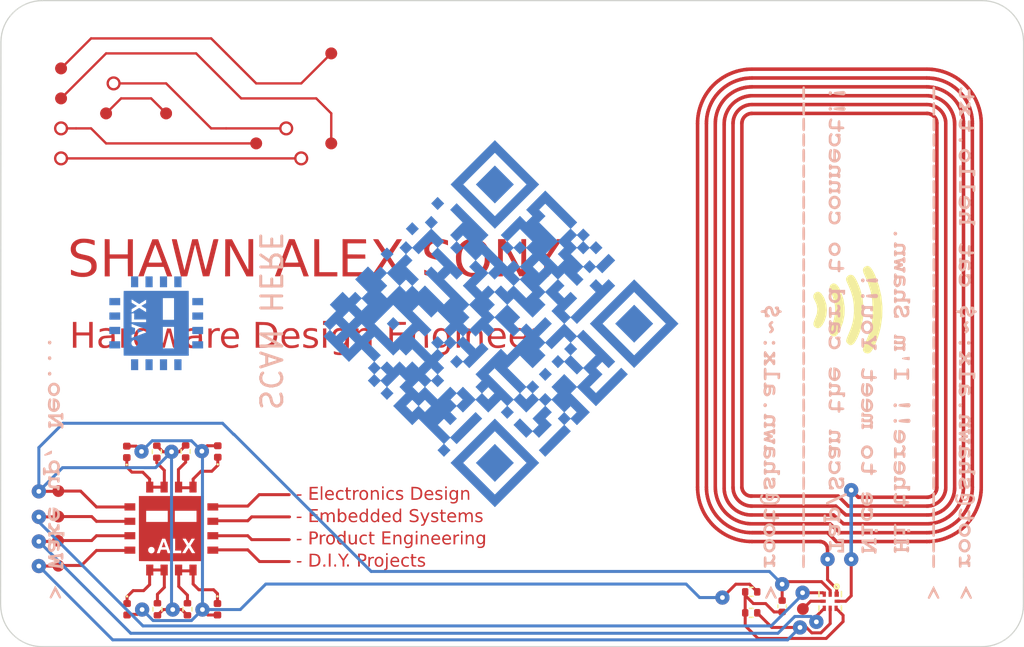
<source format=kicad_pcb>
(kicad_pcb (version 20211014) (generator pcbnew)
  (layers (0 "F.Cu" signal) (31 "B.Cu" signal) (34 "B.Paste" user) (35 "F.Paste" user) (36 "B.SilkS" user "B.Silkscreen") (37 "F.SilkS" user "F.Silkscreen") (38 "B.Mask" user) (39 "F.Mask" user) (44 "Edge.Cuts" user))
  (net 0 "")
  (net 1 "VCC")
  (net 2 "GND")
  (net 3 "Net-(D1-Pad1)")
  (net 4 "Net-(D1-Pad2)")
  (net 5 "Net-(D2-Pad1)")
  (net 6 "Net-(D3-Pad1)")
  (net 7 "Net-(D4-Pad1)")
  (net 8 "Net-(C1-Pad1)")
  (net 9 "Net-(TP1-Pad1)")
  (net 10 "Net-(TP2-Pad1)")
  (net 11 "Net-(TP3-Pad1)")
  (net 12 "Net-(U1-Pad1)")
  (footprint "TestPoint:TestPoint_Pad_D1.0mm" (layer "F.Cu") (at 111.506 88.9 -90)
    (fp_text reference "TP2" hide)
    (fp_text value "TestPoint" hide)
  )
  (footprint "TestPoint:TestPoint_Pad_D1.0mm" (layer "F.Cu") (at 111.5314 91.0082 90)
    (fp_text reference "TP4" hide)
    (fp_text value "TestPoint")
  )
  (footprint "Shawn_PCB_Business_card:shawn_details_mask" (layer "F.Cu") (at 148.1836 69.4944)
    (fp_text reference "G***" hide)
    (fp_text value "LOGO" hide)
  )
  (footprint "LOGO" (layer "F.Cu") (at 178.197211 69.207323)
    (fp_text reference "G***" hide)
    (fp_text value "LOGO" hide)
  )
  (footprint "LED_SMD:LED_0402_1005Metric" (layer "F.Cu") (at 124.9934 94.6912 -90)
    (fp_text reference "D1" hide)
    (fp_text value "LED" hide)
  )
  (footprint "Shawn_PCB_Business_card:alx_logo_copper" (layer "F.Cu") (at 121.0818 87.8586)
    (fp_text reference "G***" hide)
    (fp_text value "LOGO" hide)
  )
  (footprint "LED_SMD:LED_0402_1005Metric" (layer "F.Cu") (at 125.0188 81.3332 90)
    (fp_text reference "D4" hide)
    (fp_text value "LED" hide)
  )
  (footprint "TestPoint:TestPoint_Pad_D1.0mm" (layer "F.Cu") (at 111.5314 84.6836 90)
    (fp_text reference "TP5" hide)
    (fp_text value "TestPoint")
  )
  (footprint "Resistor_SMD:R_0402_1005Metric" (layer "F.Cu") (at 119.8626 81.3522 90)
    (fp_text reference "R5" hide)
    (fp_text value "220E" hide)
  )
  (footprint "Capacitor_SMD:C_0402_1005Metric" (layer "F.Cu") (at 172.7708 94.4372 90)
    (fp_text reference "C1" hide)
    (fp_text value "220nf" hide)
  )
  (footprint "Resistor_SMD:R_0402_1005Metric" (layer "F.Cu") (at 122.4534 94.6912 -90)
    (fp_text reference "R3" hide)
    (fp_text value "220E" hide)
  )
  (footprint "Resistor_SMD:R_0402_1005Metric" (layer "F.Cu") (at 119.9134 94.6912 -90)
    (fp_text reference "R4" hide)
    (fp_text value "220E" hide)
  )
  (footprint "Resistor_SMD:R_0402_1005Metric" (layer "F.Cu") (at 170.1526 93.218)
    (fp_text reference "R2" hide)
    (fp_text value "0E" hide)
  )
  (footprint "LED_SMD:LED_0402_1005Metric" (layer "F.Cu") (at 117.348 94.6912 -90)
    (fp_text reference "D2" hide)
    (fp_text value "LED" hide)
  )
  (footprint "Shawn_PCB_Business_card:alx_logo_mask" (layer "F.Cu") (at 121.0818 87.8586)
    (fp_text reference "G***" hide)
    (fp_text value "LOGO" hide)
  )
  (footprint "Shawn_PCB_Business_card:shawn_details_copper" (layer "F.Cu") (at 148.1836 69.4944)
    (fp_text reference "G***" hide)
    (fp_text value "LOGO" hide)
  )
  (footprint "TestPoint:TestPoint_Pad_D1.0mm" (layer "F.Cu") (at 111.5314 86.842601)
    (fp_text reference "TP1" hide)
    (fp_text value "TestPoint" hide)
  )
  (footprint "Resistor_SMD:R_0402_1005Metric" (layer "F.Cu") (at 122.301 81.3288 90)
    (fp_text reference "R6" hide)
    (fp_text value "220E" hide)
  )
  (footprint "LED_SMD:LED_0402_1005Metric" (layer "F.Cu") (at 117.322601 81.363701 90)
    (fp_text reference "D3" hide)
    (fp_text value "LED" hide)
  )
  (footprint "TestPoint:TestPoint_Pad_D1.0mm" (layer "F.Cu") (at 174.5234 94.6658)
    (fp_text reference "TP3" hide)
    (fp_text value "TestPoint" hide)
  )
  (footprint "Shawn_PCB_Business_card:PCB" (layer "F.Cu") (at 127 57.785)
    (fp_text reference "REF**" hide)
    (fp_text value "PCB" hide)
  )
  (footprint "Shawn_PCB_Business_card:IC_NT3H1101W0FHKH" (layer "F.Cu") (at 176.8348 94.013355 -90)
    (fp_text reference "U1" hide)
    (fp_text value "NT3H1101W0FHKH" hide)
  )
  (footprint "Resistor_SMD:R_0402_1005Metric" (layer "F.Cu") (at 170.1546 94.996 180)
    (fp_text reference "R1" hide)
    (fp_text value "0E" hide)
  )
  (footprint "Shawn_PCB_Business_card:alx_logo_copper" (layer "B.Cu") (at 119.8118 70.485 90)
    (fp_text reference "G***" hide)
    (fp_text value "LOGO" hide)
  )
  (footprint "Shawn_PCB_Business_card:alx_logo_mask" (layer "B.Cu") (at 119.8118 70.485 90)
    (fp_text reference "G***" hide)
    (fp_text value "LOGO" hide)
  )
  (footprint "LOGO" (layer "B.Cu") (at 149.733 72.136 180)
    (fp_text reference "G***" hide)
    (fp_text value "LOGO" hide)
  )
  (footprint "Shawn_PCB_Business_card:shawn_qr_copper" (layer "B.Cu") (at 148.463 70.5104 135)
    (fp_text reference "G***" hide)
    (fp_text value "LOGO" hide)
  )
  (footprint "Shawn_PCB_Business_card:shawn_qr_mask" (layer "B.Cu") (at 148.463 70.5104 135)
    (fp_text reference "G***" hide)
    (fp_text value "LOGO" hide)
  )
  (gr_line (start 193.109981 95.063967) (end 193.163427 94.716569) (layer "Edge.Cuts") (width 0.1))
  (gr_line (start 106.745495 45.951407) (end 106.692269 46.298672) (layer "Edge.Cuts") (width 0.1))
  (gr_line (start 107.272595 44.70031) (end 107.096896 44.989179) (layer "Edge.Cuts") (width 0.1))
  (gr_line (start 191.653716 43.754632) (end 191.36532 43.578933) (layer "Edge.Cuts") (width 0.1))
  (gr_line (start 109.452436 97.788113) (end 109.799701 97.841559) (layer "Edge.Cuts") (width 0.1))
  (gr_line (start 107.255662 96.314915) (end 107.4572 96.58479) (layer "Edge.Cuts") (width 0.1))
  (gr_line (start 192.758085 96.02652) (end 192.905987 95.720662) (layer "Edge.Cuts") (width 0.1))
  (gr_line (start 106.932685 95.720662) (end 107.079963 96.02652) (layer "Edge.Cuts") (width 0.1))
  (gr_line (start 107.932105 97.059187) (end 108.20134 97.260535) (layer "Edge.Cuts") (width 0.1))
  (gr_line (start 110.157285 97.859551) (end 189.68125 97.859551) (layer "Edge.Cuts") (width 0.1))
  (gr_line (start 110.174218 43.156219) (end 110.174218 43.156219) (layer "Edge.Cuts") (width 0.1))
  (gr_line (start 109.816634 43.174306) (end 109.469369 43.227533) (layer "Edge.Cuts") (width 0.1))
  (gr_line (start 192.172034 44.182513) (end 191.92359 43.95617) (layer "Edge.Cuts") (width 0.1))
  (gr_line (start 108.490209 97.436218) (end 108.796133 97.58412) (layer "Edge.Cuts") (width 0.1))
  (gr_line (start 190.05537 43.174306) (end 189.698183 43.156219) (layer "Edge.Cuts") (width 0.1))
  (gr_line (start 190.737994 43.313832) (end 190.402767 43.227533) (layer "Edge.Cuts") (width 0.1))
  (gr_line (start 108.813066 43.431656) (end 108.507142 43.578933) (layer "Edge.Cuts") (width 0.1))
  (gr_line (start 191.636783 97.260535) (end 191.906657 97.059187) (layer "Edge.Cuts") (width 0.1))
  (gr_line (start 192.775018 44.989179) (end 192.599864 44.70031) (layer "Edge.Cuts") (width 0.1))
  (gr_line (start 106.814862 95.399194) (end 106.932685 95.720662) (layer "Edge.Cuts") (width 0.1))
  (gr_line (start 191.92359 43.95617) (end 191.653716 43.754632) (layer "Edge.Cuts") (width 0.1))
  (gr_line (start 193.163427 94.716569) (end 193.181418 94.359382) (layer "Edge.Cuts") (width 0.1))
  (gr_line (start 107.700476 44.182513) (end 107.474133 44.431076) (layer "Edge.Cuts") (width 0.1))
  (gr_line (start 106.674182 46.656256) (end 106.643618 94.359382) (layer "Edge.Cuts") (width 0.1))
  (gr_line (start 193.18036 46.298672) (end 193.126914 45.951407) (layer "Edge.Cuts") (width 0.1))
  (gr_line (start 190.721061 97.701859) (end 191.042529 97.58412) (layer "Edge.Cuts") (width 0.1))
  (gr_line (start 192.905987 95.720662) (end 193.023727 95.399194) (layer "Edge.Cuts") (width 0.1))
  (gr_line (start 190.402767 43.227533) (end 190.05537 43.174306) (layer "Edge.Cuts") (width 0.1))
  (gr_line (start 192.381055 96.58479) (end 192.582931 96.314915) (layer "Edge.Cuts") (width 0.1))
  (gr_line (start 109.134494 43.313832) (end 108.813066 43.431656) (layer "Edge.Cuts") (width 0.1))
  (gr_line (start 107.4572 96.58479) (end 107.683543 96.833233) (layer "Edge.Cuts") (width 0.1))
  (gr_line (start 191.36532 43.578933) (end 191.059462 43.431656) (layer "Edge.Cuts") (width 0.1))
  (gr_line (start 109.799701 97.841559) (end 110.157285 97.859551) (layer "Edge.Cuts") (width 0.1))
  (gr_line (start 191.348387 97.436218) (end 191.636783 97.260535) (layer "Edge.Cuts") (width 0.1))
  (gr_line (start 109.117561 97.701859) (end 109.452436 97.788113) (layer "Edge.Cuts") (width 0.1))
  (gr_line (start 189.698183 43.156219) (end 110.174218 43.152982) (layer "Edge.Cuts") (width 0.1))
  (gr_line (start 190.038437 97.841559) (end 190.385834 97.788113) (layer "Edge.Cuts") (width 0.1))
  (gr_line (start 193.198351 46.656256) (end 193.18036 46.298672) (layer "Edge.Cuts") (width 0.1))
  (gr_line (start 192.599864 44.70031) (end 192.397988 44.431076) (layer "Edge.Cuts") (width 0.1))
  (gr_line (start 106.949618 45.295103) (end 106.831795 45.616532) (layer "Edge.Cuts") (width 0.1))
  (gr_line (start 191.059462 43.431656) (end 190.737994 43.313832) (layer "Edge.Cuts") (width 0.1))
  (gr_line (start 107.683543 96.833233) (end 107.932105 97.059187) (layer "Edge.Cuts") (width 0.1))
  (gr_line (start 109.469369 43.227533) (end 109.134494 43.313832) (layer "Edge.Cuts") (width 0.1))
  (gr_line (start 107.474133 44.431076) (end 107.272595 44.70031) (layer "Edge.Cuts") (width 0.1))
  (gr_line (start 110.174218 43.152982) (end 109.816634 43.174306) (layer "Edge.Cuts") (width 0.1))
  (gr_line (start 106.831795 45.616532) (end 106.745495 45.951407) (layer "Edge.Cuts") (width 0.1))
  (gr_line (start 193.181418 94.359382) (end 193.198351 46.656256) (layer "Edge.Cuts") (width 0.1))
  (gr_line (start 107.079963 96.02652) (end 107.255662 96.314915) (layer "Edge.Cuts") (width 0.1))
  (gr_line (start 192.155101 96.833233) (end 192.381055 96.58479) (layer "Edge.Cuts") (width 0.1))
  (gr_line (start 106.643618 94.359382) (end 106.675336 94.716569) (layer "Edge.Cuts") (width 0.1))
  (gr_line (start 106.728562 95.063967) (end 106.814862 95.399194) (layer "Edge.Cuts") (width 0.1))
  (gr_line (start 107.096896 44.989179) (end 106.949618 45.295103) (layer "Edge.Cuts") (width 0.1))
  (gr_line (start 192.92292 45.295103) (end 192.775018 44.989179) (layer "Edge.Cuts") (width 0.1))
  (gr_line (start 106.675336 94.716569) (end 106.728562 95.063967) (layer "Edge.Cuts") (width 0.1))
  (gr_line (start 108.796133 97.58412) (end 109.117561 97.701859) (layer "Edge.Cuts") (width 0.1))
  (gr_line (start 192.582931 96.314915) (end 192.758085 96.02652) (layer "Edge.Cuts") (width 0.1))
  (gr_line (start 106.692269 46.298672) (end 106.674182 46.656256) (layer "Edge.Cuts") (width 0.1))
  (gr_line (start 193.126914 45.951407) (end 193.04066 45.616532) (layer "Edge.Cuts") (width 0.1))
  (gr_line (start 192.397988 44.431076) (end 192.172034 44.182513) (layer "Edge.Cuts") (width 0.1))
  (gr_line (start 108.20134 97.260535) (end 108.490209 97.436218) (layer "Edge.Cuts") (width 0.1))
  (gr_line (start 108.507142 43.578933) (end 108.218273 43.754632) (layer "Edge.Cuts") (width 0.1))
  (gr_line (start 108.218273 43.754632) (end 107.949038 43.95617) (layer "Edge.Cuts") (width 0.1))
  (gr_line (start 193.023727 95.399194) (end 193.109981 95.063967) (layer "Edge.Cuts") (width 0.1))
  (gr_line (start 193.04066 45.616532) (end 192.92292 45.295103) (layer "Edge.Cuts") (width 0.1))
  (gr_line (start 191.906657 97.059187) (end 192.155101 96.833233) (layer "Edge.Cuts") (width 0.1))
  (gr_line (start 191.042529 97.58412) (end 191.348387 97.436218) (layer "Edge.Cuts") (width 0.1))
  (gr_line (start 190.385834 97.788113) (end 190.721061 97.701859) (layer "Edge.Cuts") (width 0.1))
  (gr_line (start 107.949038 43.95617) (end 107.700476 44.182513) (layer "Edge.Cuts") (width 0.1))
  (gr_line (start 189.68125 97.859551) (end 190.038437 97.841559) (layer "Edge.Cuts") (width 0.1))
  (gr_text "SCAN HERE" (at 129.4638 70.2818 270) (layer "B.SilkS") (effects (font (size 1.778 1.778) (thickness 0.254)) (justify mirror)))
  (segment (start 128.5494 90.6526) (end 131.064 90.6526) (width 0.254) (layer "F.Cu") (net 0))
  (segment (start 124.6378 88.4682) (end 127.5588 88.4682) (width 0.254) (layer "F.Cu") (net 0))
  (segment (start 124.587 85.9536) (end 127.5588 85.9536) (width 0.254) (layer "F.Cu") (net 0))
  (segment (start 124.6378 89.662) (end 127.5588 89.662) (width 0.254) (layer "F.Cu") (net 0))
  (segment (start 127.889 88.7984) (end 131.064 88.7984) (width 0.254) (layer "F.Cu") (net 0))
  (segment (start 128.524 84.9884) (end 131.064 84.9884) (width 0.254) (layer "F.Cu") (net 0))
  (segment (start 127.5588 85.9536) (end 128.524 84.9884) (width 0.254) (layer "F.Cu") (net 0))
  (segment (start 127.5588 89.662) (end 128.5494 90.6526) (width 0.254) (layer "F.Cu") (net 0))
  (segment (start 127.5588 87.1982) (end 127.889 86.868) (width 0.254) (layer "F.Cu") (net 0))
  (segment (start 127.889 86.868) (end 131.0894 86.868) (width 0.254) (layer "F.Cu") (net 0))
  (segment (start 124.6124 87.1982) (end 127.5588 87.1982) (width 0.254) (layer "F.Cu") (net 0))
  (segment (start 127.5588 88.4682) (end 127.889 88.7984) (width 0.254) (layer "F.Cu") (net 0))
  (segment (start 175.27899 96.689397) (end 174.821413 96.23182) (width 0.254) (layer "F.Cu") (net 1))
  (segment (start 176.050688 96.689397) (end 175.27899 96.689397) (width 0.254) (layer "F.Cu") (net 1))
  (segment (start 109.8804 91.0336) (end 111.506 91.0336) (width 0.254) (layer "F.Cu") (net 1))
  (segment (start 113.4872 90.9828) (end 114.7572 89.7128) (width 0.254) (layer "F.Cu") (net 1))
  (segment (start 111.683803 90.9828) (end 113.4872 90.9828) (width 0.254) (layer "F.Cu") (net 1))
  (segment (start 176.8348 94.613355) (end 176.8348 95.905285) (width 0.254) (layer "F.Cu") (net 1))
  (segment (start 174.821413 96.23182) (end 171.90042 96.23182) (width 0.254) (layer "F.Cu") (net 1))
  (segment (start 111.506 91.0336) (end 111.5314 91.0082) (width 0.254) (layer "F.Cu") (net 1))
  (segment (start 176.8348 95.905285) (end 176.050688 96.689397) (width 0.254) (layer "F.Cu") (net 1))
  (segment (start 171.90042 96.23182) (end 170.6646 94.996) (width 0.254) (layer "F.Cu") (net 1))
  (segment (start 111.5314 91.135203) (end 111.683803 90.9828) (width 0.254) (layer "F.Cu") (net 1))
  (segment (start 114.7572 89.7128) (end 117.602 89.7128) (width 0.254) (layer "F.Cu") (net 1))
  (via (at 174.281631 96.23182) (size 1.20904) (drill 0.4) (layers "F.Cu" "B.Cu") (net 1))
  (via (at 109.8804 91.0336) (size 1.20904) (drill 0.4) (layers "F.Cu" "B.Cu") (net 1))
  (segment (start 173.231451 97.282) (end 116.1288 97.282) (width 0.254) (layer "B.Cu") (net 1))
  (segment (start 116.1288 97.282) (end 109.8804 91.0336) (width 0.254) (layer "B.Cu") (net 1))
  (segment (start 174.281631 96.23182) (end 173.231451 97.282) (width 0.254) (layer "B.Cu") (net 1))
  (segment (start 117.5004 86.0298) (end 117.5512 86.0806) (width 0.254) (layer "F.Cu") (net 2))
  (segment (start 121.2088 94.7166) (end 120.398 94.7166) (width 0.254) (layer "F.Cu") (net 2))
  (segment (start 120.3766 81.3562) (end 119.8626 80.8422) (width 0.254) (layer "F.Cu") (net 2))
  (segment (start 176.8348 93.413355) (end 176.8348 93.091) (width 0.254) (layer "F.Cu") (net 2))
  (segment (start 121.1072 81.3562) (end 121.7636 81.3562) (width 0.254) (layer "F.Cu") (net 2))
  (segment (start 120.398 94.7166) (end 119.9134 95.2012) (width 0.254) (layer "F.Cu") (net 2))
  (segment (start 111.506 84.709) (end 111.5314 84.6836) (width 0.254) (layer "F.Cu") (net 2))
  (segment (start 172.7708 92.56844) (end 172.770747 92.568387) (width 0.254) (layer "F.Cu") (net 2))
  (segment (start 121.1072 81.3562) (end 120.3766 81.3562) (width 0.254) (layer "F.Cu") (net 2))
  (segment (start 109.8804 84.709) (end 111.506 84.709) (width 0.254) (layer "F.Cu") (net 2))
  (segment (start 172.7708 93.9572) (end 172.7708 92.56844) (width 0.254) (layer "F.Cu") (net 2))
  (segment (start 176.0982 92.3544) (end 172.984734 92.3544) (width 0.254) (layer "F.Cu") (net 2))
  (segment (start 114.7572 86.0298) (end 117.5004 86.0298) (width 0.254) (layer "F.Cu") (net 2))
  (segment (start 172.984734 92.3544) (end 172.770747 92.568387) (width 0.254) (layer "F.Cu") (net 2))
  (segment (start 113.411 84.6836) (end 114.7572 86.0298) (width 0.254) (layer "F.Cu") (net 2))
  (segment (start 121.9688 94.7166) (end 122.4534 95.2012) (width 0.254) (layer "F.Cu") (net 2))
  (segment (start 121.7636 81.3562) (end 122.301 80.8188) (width 0.254) (layer "F.Cu") (net 2))
  (segment (start 121.2088 94.7166) (end 121.9688 94.7166) (width 0.254) (layer "F.Cu") (net 2))
  (segment (start 111.5314 84.6836) (end 113.411 84.6836) (width 0.254) (layer "F.Cu") (net 2))
  (segment (start 176.8348 93.091) (end 176.0982 92.3544) (width 0.254) (layer "F.Cu") (net 2))
  (via (at 121.2088 94.7166) (size 1.20904) (drill 0.4) (layers "F.Cu" "B.Cu") (net 2))
  (via (at 172.770747 92.568387) (size 1.20904) (drill 0.4) (layers "F.Cu" "B.Cu") (net 2))
  (via (at 121.1072 81.3562) (size 1.20904) (drill 0.4) (layers "F.Cu" "B.Cu") (net 2))
  (via (at 109.8804 84.709) (size 1.20904) (drill 0.4) (layers "F.Cu" "B.Cu") (net 2))
  (segment (start 121.1072 81.3562) (end 121.1072 94.615) (width 0.254) (layer "B.Cu") (net 2))
  (segment (start 121.1072 94.615) (end 121.2088 94.7166) (width 0.254) (layer "B.Cu") (net 2))
  (segment (start 119.761 82.7024) (end 111.887 82.7024) (width 0.254) (layer "B.Cu") (net 2))
  (segment (start 137.9982 91.4908) (end 171.69316 91.4908) (width 0.254) (layer "B.Cu") (net 2))
  (segment (start 171.69316 91.4908) (end 172.770747 92.568387) (width 0.254) (layer "B.Cu") (net 2))
  (segment (start 111.9378 78.9432) (end 125.4252 78.9432) (width 0.254) (layer "B.Cu") (net 2))
  (segment (start 109.8804 81.0006) (end 111.9378 78.9432) (width 0.254) (layer "B.Cu") (net 2))
  (segment (start 121.1072 81.3562) (end 119.761 82.7024) (width 0.254) (layer "B.Cu") (net 2))
  (segment (start 126.365 79.883) (end 126.3904 79.883) (width 0.254) (layer "B.Cu") (net 2))
  (segment (start 111.887 82.7024) (end 109.8804 84.709) (width 0.254) (layer "B.Cu") (net 2))
  (segment (start 126.3904 79.883) (end 137.9982 91.4908) (width 0.254) (layer "B.Cu") (net 2))
  (segment (start 125.4252 78.9432) (end 126.365 79.883) (width 0.254) (layer "B.Cu") (net 2))
  (segment (start 109.8804 84.709) (end 109.8804 81.0006) (width 0.254) (layer "B.Cu") (net 2))
  (segment (start 124.6632 93.0402) (end 124.9934 93.3704) (width 0.254) (layer "F.Cu") (net 3))
  (segment (start 122.936 92.5576) (end 123.4186 93.0402) (width 0.254) (layer "F.Cu") (net 3))
  (segment (start 122.4534 94.1812) (end 122.4534 93.4974) (width 0.254) (layer "F.Cu") (net 3))
  (segment (start 121.7168 92.7608) (end 121.7168 91.44) (width 0.254) (layer "F.Cu") (net 3))
  (segment (start 124.9934 93.3704) (end 124.9934 94.2062) (width 0.254) (layer "F.Cu") (net 3))
  (segment (start 123.4186 93.0402) (end 124.6632 93.0402) (width 0.254) (layer "F.Cu") (net 3))
  (segment (start 122.4534 93.4974) (end 121.7168 92.7608) (width 0.254) (layer "F.Cu") (net 3))
  (segment (start 122.936 91.44) (end 122.936 92.5576) (width 0.254) (layer "F.Cu") (net 3))
  (segment (start 121.7168 91.44) (end 122.936 91.44) (width 0.254) (layer "F.Cu") (net 3))
  (segment (start 117.4012 95.123) (end 118.2116 95.123) (width 0.254) (layer "F.Cu") (net 4))
  (segment (start 118.5672 81.3308) (end 118.115101 80.878701) (width 0.254) (layer "F.Cu") (net 4))
  (segment (start 124.9934 95.1762) (end 124.183 95.1762) (width 0.254) (layer "F.Cu") (net 4))
  (segment (start 118.115101 80.878701) (end 117.322601 80.878701) (width 0.254) (layer "F.Cu") (net 4))
  (segment (start 123.6726 81.3054) (end 124.1298 80.8482) (width 0.254) (layer "F.Cu") (net 4))
  (segment (start 170.0156 92.571) (end 170.6626 93.218) (width 0.254) (layer "F.Cu") (net 4))
  (segment (start 118.2116 95.123) (end 118.618 94.7166) (width 0.254) (layer "F.Cu") (net 4))
  (segment (start 167.7162 93.7006) (end 168.8458 92.571) (width 0.254) (layer "F.Cu") (net 4))
  (segment (start 124.1298 80.8482) (end 125.0188 80.8482) (width 0.254) (layer "F.Cu") (net 4))
  (segment (start 117.348 95.1762) (end 117.4012 95.123) (width 0.254) (layer "F.Cu") (net 4))
  (segment (start 168.8458 92.571) (end 170.0156 92.571) (width 0.254) (layer "F.Cu") (net 4))
  (segment (start 124.183 95.1762) (end 123.7234 94.7166) (width 0.254) (layer "F.Cu") (net 4))
  (via (at 167.7162 93.7006) (size 1.20904) (drill 0.4) (layers "F.Cu" "B.Cu") (net 4))
  (via (at 123.6726 81.3054) (size 1.20904) (drill 0.4) (layers "F.Cu" "B.Cu") (net 4))
  (via (at 123.7234 94.7166) (size 1.20904) (drill 0.4) (layers "F.Cu" "B.Cu") (net 4))
  (via (at 118.5672 81.3308) (size 1.20904) (drill 0.4) (layers "F.Cu" "B.Cu") (net 4))
  (via (at 118.618 94.7166) (size 1.20904) (drill 0.4) (layers "F.Cu" "B.Cu") (net 4))
  (segment (start 167.7162 93.7006) (end 165.7858 93.7006) (width 0.254) (layer "B.Cu") (net 4))
  (segment (start 123.6726 81.3054) (end 123.7234 81.3562) (width 0.254) (layer "B.Cu") (net 4))
  (segment (start 126.9238 94.7166) (end 123.7234 94.7166) (width 0.254) (layer "B.Cu") (net 4))
  (segment (start 165.7858 93.7006) (end 164.6428 92.5576) (width 0.254) (layer "B.Cu") (net 4))
  (segment (start 122.79188 95.64812) (end 119.54952 95.64812) (width 0.254) (layer "B.Cu") (net 4))
  (segment (start 123.7234 81.3562) (end 123.7234 94.7166) (width 0.254) (layer "B.Cu") (net 4))
  (segment (start 122.79188 80.42468) (end 123.6726 81.3054) (width 0.254) (layer "B.Cu") (net 4))
  (segment (start 119.54952 95.64812) (end 118.618 94.7166) (width 0.254) (layer "B.Cu") (net 4))
  (segment (start 129.0828 92.5576) (end 126.9238 94.7166) (width 0.254) (layer "B.Cu") (net 4))
  (segment (start 118.5672 81.3308) (end 119.47332 80.42468) (width 0.254) (layer "B.Cu") (net 4))
  (segment (start 164.6428 92.5576) (end 129.0828 92.5576) (width 0.254) (layer "B.Cu") (net 4))
  (segment (start 123.7234 94.7166) (end 122.79188 95.64812) (width 0.254) (layer "B.Cu") (net 4))
  (segment (start 119.47332 80.42468) (end 122.79188 80.42468) (width 0.254) (layer "B.Cu") (net 4))
  (segment (start 118.5672 81.3308) (end 118.618 81.3816) (width 0.254) (layer "B.Cu") (net 4))
  (segment (start 120.4976 92.837) (end 119.9134 93.4212) (width 0.254) (layer "F.Cu") (net 5))
  (segment (start 118.745 93.1164) (end 119.253 92.6084) (width 0.254) (layer "F.Cu") (net 5))
  (segment (start 117.348 94.2062) (end 117.348 93.6244) (width 0.254) (layer "F.Cu") (net 5))
  (segment (start 117.348 93.6244) (end 117.856 93.1164) (width 0.254) (layer "F.Cu") (net 5))
  (segment (start 119.9134 93.4212) (end 119.9134 94.1812) (width 0.254) (layer "F.Cu") (net 5))
  (segment (start 119.253 91.3638) (end 120.4976 91.3638) (width 0.254) (layer "F.Cu") (net 5))
  (segment (start 120.4976 91.3638) (end 120.4976 92.837) (width 0.254) (layer "F.Cu") (net 5))
  (segment (start 119.253 92.6084) (end 119.253 91.3638) (width 0.254) (layer "F.Cu") (net 5))
  (segment (start 117.856 93.1164) (end 118.745 93.1164) (width 0.254) (layer "F.Cu") (net 5))
  (segment (start 119.8626 82.296) (end 119.8626 81.8622) (width 0.254) (layer "F.Cu") (net 6))
  (segment (start 120.4976 82.931) (end 119.8626 82.296) (width 0.254) (layer "F.Cu") (net 6))
  (segment (start 120.4214 84.3534) (end 120.4976 84.2772) (width 0.254) (layer "F.Cu") (net 6))
  (segment (start 117.7544 83.0834) (end 118.6688 83.0834) (width 0.254) (layer "F.Cu") (net 6))
  (segment (start 119.253 84.3534) (end 120.4214 84.3534) (width 0.254) (layer "F.Cu") (net 6))
  (segment (start 117.322601 81.848701) (end 117.322601 82.651601) (width 0.254) (layer "F.Cu") (net 6))
  (segment (start 117.322601 82.651601) (end 117.7544 83.0834) (width 0.254) (layer "F.Cu") (net 6))
  (segment (start 119.253 83.6676) (end 119.253 84.3534) (width 0.254) (layer "F.Cu") (net 6))
  (segment (start 118.6688 83.0834) (end 119.253 83.6676) (width 0.254) (layer "F.Cu") (net 6))
  (segment (start 120.4976 84.2772) (end 120.4976 82.931) (width 0.254) (layer "F.Cu") (net 6))
  (segment (start 121.6914 82.8548) (end 121.6914 84.4042) (width 0.254) (layer "F.Cu") (net 7))
  (segment (start 124.5108 83.0072) (end 123.5964 83.0072) (width 0.254) (layer "F.Cu") (net 7))
  (segment (start 125.0188 81.8182) (end 125.0188 82.4992) (width 0.254) (layer "F.Cu") (net 7))
  (segment (start 122.301 81.8388) (end 122.301 82.2452) (width 0.254) (layer "F.Cu") (net 7))
  (segment (start 122.301 82.2452) (end 121.6914 82.8548) (width 0.254) (layer "F.Cu") (net 7))
  (segment (start 122.936 83.6676) (end 122.936 84.2772) (width 0.254) (layer "F.Cu") (net 7))
  (segment (start 125.0188 82.4992) (end 124.5108 83.0072) (width 0.254) (layer "F.Cu") (net 7))
  (segment (start 123.5964 83.0072) (end 122.936 83.6676) (width 0.254) (layer "F.Cu") (net 7))
  (segment (start 121.6914 84.4042) (end 122.809 84.4042) (width 0.254) (layer "F.Cu") (net 7))
  (segment (start 122.809 84.4042) (end 122.936 84.2772) (width 0.254) (layer "F.Cu") (net 7))
  (segment (start 169.6446 96.0862) (end 169.6446 94.996) (width 0.254) (layer "F.Cu") (net 8))
  (segment (start 170.72174 97.16334) (end 169.6446 96.0862) (width 0.254) (layer "F.Cu") (net 8))
  (segment (start 171.3738 94.2086) (end 172.0824 94.9172) (width 0.254) (layer "F.Cu") (net 8))
  (segment (start 170.3324 94.2086) (end 171.3738 94.2086) (width 0.254) (layer "F.Cu") (net 8))
  (segment (start 169.6426 93.218) (end 169.6426 94.994) (width 0.254) (layer "F.Cu") (net 8))
  (segment (start 177.927 95.205555) (end 177.927 95.7326) (width 0.254) (layer "F.Cu") (net 8))
  (segment (start 172.0824 94.9172) (end 172.7708 94.9172) (width 0.254) (layer "F.Cu") (net 8))
  (segment (start 169.6426 93.5188) (end 170.3324 94.2086) (width 0.254) (layer "F.Cu") (net 8))
  (segment (start 169.6426 93.218) (end 169.6426 93.5188) (width 0.254) (layer "F.Cu") (net 8))
  (segment (start 177.3348 94.613355) (end 177.927 95.205555) (width 0.254) (layer "F.Cu") (net 8))
  (segment (start 176.49626 97.16334) (end 170.72174 97.16334) (width 0.254) (layer "F.Cu") (net 8))
  (segment (start 177.927 95.7326) (end 176.49626 97.16334) (width 0.254) (layer "F.Cu") (net 8))
  (segment (start 109.8804 86.868) (end 111.506001 86.868) (width 0.254) (layer "F.Cu") (net 9))
  (segment (start 176.215645 93.2942) (end 176.3348 93.413355) (width 0.254) (layer "F.Cu") (net 9))
  (segment (start 114.7572 87.249) (end 117.602 87.249) (width 0.254) (layer "F.Cu") (net 9))
  (segment (start 111.506001 86.868) (end 111.5314 86.842601) (width 0.254) (layer "F.Cu") (net 9))
  (segment (start 114.350801 86.842601) (end 114.7572 87.249) (width 0.254) (layer "F.Cu") (net 9))
  (segment (start 174.498 93.2942) (end 176.215645 93.2942) (width 0.254) (layer "F.Cu") (net 9))
  (segment (start 111.5314 86.842601) (end 114.350801 86.842601) (width 0.254) (layer "F.Cu") (net 9))
  (via (at 109.8804 86.868) (size 1.20904) (drill 0.4) (layers "F.Cu" "B.Cu") (net 9))
  (via (at 174.498 93.2942) (size 1.20904) (drill 0.4) (layers "F.Cu" "B.Cu") (net 9))
  (segment (start 171.84248 96.10212) (end 174.498 93.4466) (width 0.254) (layer "B.Cu") (net 9))
  (segment (start 174.498 93.4466) (end 174.498 93.2942) (width 0.254) (layer "B.Cu") (net 9))
  (segment (start 109.8804 87.296369) (end 118.686151 96.10212) (width 0.254) (layer "B.Cu") (net 9))
  (segment (start 109.8804 86.868) (end 109.8804 87.296369) (width 0.254) (layer "B.Cu") (net 9))
  (segment (start 118.686151 96.10212) (end 171.84248 96.10212) (width 0.254) (layer "B.Cu") (net 9))
  (segment (start 111.4552 88.9508) (end 111.506 88.9) (width 0.254) (layer "F.Cu") (net 10))
  (segment (start 111.683802 88.8746) (end 111.5314 89.027002) (width 0.254) (layer "F.Cu") (net 10))
  (segment (start 117.602 88.4682) (end 114.7572 88.4682) (width 0.254) (layer "F.Cu") (net 10))
  (segment (start 114.7572 88.4682) (end 114.3508 88.8746) (width 0.254) (layer "F.Cu") (net 10))
  (segment (start 175.664839 95.283316) (end 176.3348 94.613355) (width 0.254) (layer "F.Cu") (net 10))
  (segment (start 109.8804 88.9508) (end 111.4552 88.9508) (width 0.254) (layer "F.Cu") (net 10))
  (segment (start 114.2492 88.8746) (end 111.683802 88.8746) (width 0.254) (layer "F.Cu") (net 10))
  (segment (start 175.664839 95.757877) (end 175.664839 95.283316) (width 0.254) (layer "F.Cu") (net 10))
  (segment (start 114.3508 88.8746) (end 114.2746 88.8746) (width 0.254) (layer "F.Cu") (net 10))
  (via (at 109.8804 88.9508) (size 1.20904) (drill 0.4) (layers "F.Cu" "B.Cu") (net 10))
  (via (at 175.664839 95.757877) (size 1.20904) (drill 0.4) (layers "F.Cu" "B.Cu") (net 10))
  (segment (start 172.4152 96.7264) (end 173.8408 95.3008) (width 0.254) (layer "B.Cu") (net 10))
  (segment (start 117.656 96.7264) (end 172.4152 96.7264) (width 0.254) (layer "B.Cu") (net 10))
  (segment (start 109.8804 88.9508) (end 117.656 96.7264) (width 0.254) (layer "B.Cu") (net 10))
  (segment (start 175.207762 95.3008) (end 175.664839 95.757877) (width 0.254) (layer "B.Cu") (net 10))
  (segment (start 173.8408 95.3008) (end 175.207762 95.3008) (width 0.254) (layer "B.Cu") (net 10))
  (segment (start 174.5234 94.6658) (end 175.175845 94.013355) (width 0.254) (layer "F.Cu") (net 11))
  (segment (start 175.175845 94.013355) (end 176.2348 94.013355) (width 0.254) (layer "F.Cu") (net 11))
  (segment (start 168.71061 49.211565) (end 168.50487 49.287765) (width 0.29972) (layer "F.Cu") (net 12))
  (segment (start 167.28821 85.381165) (end 167.23741 85.216065) (width 0.29972) (layer "F.Cu") (net 12))
  (segment (start 188.55309 85.876465) (end 188.47181 86.054265) (width 0.29972) (layer "F.Cu") (net 12))
  (segment (start 188.68771 52.404345) (end 188.62675 52.218925) (width 0.29972) (layer "F.Cu") (net 12))
  (segment (start 168.34485 87.725585) (end 168.17721 87.626525) (width 0.29972) (layer "F.Cu") (net 12))
  (segment (start 176.54143 89.305465) (end 176.57191 89.376585) (width 0.29972) (layer "F.Cu") (net 12))
  (segment (start 177.11293 86.707045) (end 177.96383 87.456345) (width 0.29972) (layer "F.Cu") (net 12))
  (segment (start 167.11295 53.557505) (end 167.11295 84.357545) (width 0.29972) (layer "F.Cu") (net 12))
  (segment (start 185.19267 85.190665) (end 185.27903 85.167805) (width 0.29972) (layer "F.Cu") (net 12))
  (segment (start 185.59907 88.165005) (end 185.40349 88.187865) (width 0.29972) (layer "F.Cu") (net 12))
  (segment (start 185.36031 52.780265) (end 185.27903 52.747245) (width 0.29972) (layer "F.Cu") (net 12))
  (segment (start 185.86577 53.557505) (end 185.86069 53.468605) (width 0.29972) (layer "F.Cu") (net 12))
  (segment (start 168.50487 49.287765) (end 168.30421 49.374125) (width 0.29972) (layer "F.Cu") (net 12))
  (segment (start 186.53633 84.852845) (end 186.49315 84.969685) (width 0.29972) (layer "F.Cu") (net 12))
  (segment (start 168.99763 52.518645) (end 168.91889 52.617705) (width 0.29972) (layer "F.Cu") (net 12))
  (segment (start 185.95467 85.652945) (end 185.85053 85.721525) (width 0.29972) (layer "F.Cu") (net 12))
  (segment (start 170.21429 51.957305) (end 185.01487 51.957305) (width 0.29972) (layer "F.Cu") (net 12))
  (segment (start 189.48527 85.442125) (end 189.42939 85.652945) (width 0.29972) (layer "F.Cu") (net 12))
  (segment (start 188.82233 52.973305) (end 188.78677 52.782805) (width 0.29972) (layer "F.Cu") (net 12))
  (segment (start 185.82513 84.621705) (end 185.84799 84.535345) (width 0.29972) (layer "F.Cu") (net 12))
  (segment (start 166.34333 51.070845) (end 166.23157 51.256265) (width 0.29972) (layer "F.Cu") (net 12))
  (segment (start 169.33037 86.552105) (end 169.47007 86.602905) (width 0.29972) (layer "F.Cu") (net 12))
  (segment (start 167.03929 87.687485) (end 166.88435 87.532545) (width 0.29972) (layer "F.Cu") (net 12))
  (segment (start 170.08983 51.962385) (end 169.96283 51.977625) (width 0.29972) (layer "F.Cu") (net 12))
  (segment (start 165.86835 52.053825) (end 165.79977 52.262105) (width 0.29972) (layer "F.Cu") (net 12))
  (segment (start 186.64301 51.893805) (end 186.74715 52.003025) (width 0.29972) (layer "F.Cu") (net 12))
  (segment (start 169.91203 86.696885) (end 170.06189 86.707045) (width 0.29972) (layer "F.Cu") (net 12))
  (segment (start 169.71899 85.879005) (end 169.84091 85.914565) (width 0.29972) (layer "F.Cu") (net 12))
  (segment (start 186.66333 50.933685) (end 186.51347 50.844785) (width 0.29972) (layer "F.Cu") (net 12))
  (segment (start 186.80811 86.884845) (end 186.94781 86.780705) (width 0.29972) (layer "F.Cu") (net 12))
  (segment (start 185.51525 85.045885) (end 185.58383 84.990005) (width 0.29972) (layer "F.Cu") (net 12))
  (segment (start 167.87749 53.356845) (end 167.86733 53.506705) (width 0.29972) (layer "F.Cu") (net 12))
  (segment (start 167.56253 87.149005) (end 167.42283 87.009305) (width 0.29972) (layer "F.Cu") (net 12))
  (segment (start 186.20105 50.694925) (end 186.03849 50.631425) (width 0.29972) (layer "F.Cu") (net 12))
  (segment (start 177.96383 87.456345) (end 185.01487 87.456345) (width 0.29972) (layer "F.Cu") (net 12))
  (segment (start 187.20689 86.549565) (end 187.32627 86.422565) (width 0.29972) (layer "F.Cu") (net 12))
  (segment (start 166.75735 86.054265) (end 166.67607 85.876465) (width 0.29972) (layer "F.Cu") (net 12))
  (segment (start 168.68521 86.171105) (end 168.80205 86.265085) (width 0.29972) (layer "F.Cu") (net 12))
  (segment (start 186.51855 88.703485) (end 186.31027 88.772065) (width 0.29972) (layer "F.Cu") (net 12))
  (segment (start 186.61507 84.357545) (end 186.60999 84.482005) (width 0.29972) (layer "F.Cu") (net 12))
  (segment (start 169.19067 87.283625) (end 169.02811 87.220125) (width 0.29972) (layer "F.Cu") (net 12))
  (segment (start 170.06189 86.707045) (end 170.21429 86.709585) (width 0.29972) (layer "F.Cu") (net 12))
  (segment (start 185.23331 48.962645) (end 185.45175 48.977885) (width 0.29972) (layer "F.Cu") (net 12))
  (segment (start 185.21045 88.203105) (end 185.01487 88.208185) (width 0.29972) (layer "F.Cu") (net 12))
  (segment (start 185.13933 85.952665) (end 185.01487 85.957745) (width 0.29972) (layer "F.Cu") (net 12))
  (segment (start 166.12489 51.449305) (end 166.03091 51.647425) (width 0.29972) (layer "F.Cu") (net 12))
  (segment (start 169.38117 53.379705) (end 169.40403 53.293345) (width 0.29972) (layer "F.Cu") (net 12))
  (segment (start 189.10427 51.449305) (end 189.19825 51.647425) (width 0.29972) (layer "F.Cu") (net 12))
  (segment (start 186.61253 53.557505) (end 186.61253 84.357545) (width 0.29972) (layer "F.Cu") (net 12))
  (segment (start 189.60973 53.339065) (end 189.61481 53.557505) (width 0.29972) (layer "F.Cu") (net 12))
  (segment (start 168.58615 51.893805) (end 168.48201 52.003025) (width 0.29972) (layer "F.Cu") (net 12))
  (segment (start 175.96485 88.957485) (end 176.04359 88.962565) (width 0.29972) (layer "F.Cu") (net 12))
  (segment (start 186.71159 87.814485) (end 186.53379 87.895765) (width 0.29972) (layer "F.Cu") (net 12))
  (segment (start 166.73703 87.369985) (end 166.59733 87.199805) (width 0.29972) (layer "F.Cu") (net 12))
  (segment (start 188.74359 52.592305) (end 188.68771 52.404345) (width 0.29972) (layer "F.Cu") (net 12))
  (segment (start 167.56253 50.766045) (end 167.70731 50.636505) (width 0.29972) (layer "F.Cu") (net 12))
  (segment (start 166.60241 52.218925) (end 166.67607 52.038585) (width 0.29972) (layer "F.Cu") (net 12))
  (segment (start 166.88435 50.382505) (end 166.73703 50.545065) (width 0.29972) (layer "F.Cu") (net 12))
  (segment (start 170.21429 48.957565) (end 185.01487 48.957565) (width 0.29972) (layer "F.Cu") (net 12))
  (segment (start 170.21429 88.208185) (end 170.96359 88.208185) (width 0.29972) (layer "F.Cu") (net 12))
  (segment (start 167.70731 50.636505) (end 167.85717 50.512045) (width 0.29972) (layer "F.Cu") (net 12))
  (segment (start 167.15867 84.875705) (end 167.13581 84.705525) (width 0.29972) (layer "F.Cu") (net 12))
  (segment (start 166.23157 86.658785) (end 166.12489 86.465745) (width 0.29972) (layer "F.Cu") (net 12))
  (segment (start 185.23331 88.952405) (end 185.01487 88.957485) (width 0.29972) (layer "F.Cu") (net 12))
  (segment (start 168.01465 87.517305) (end 167.85717 87.403005) (width 0.29972) (layer "F.Cu") (net 12))
  (segment (start 189.36081 52.053825) (end 189.42939 52.262105) (width 0.29972) (layer "F.Cu") (net 12))
  (segment (start 165.94455 86.066965) (end 165.86835 85.861225) (width 0.29972) (layer "F.Cu") (net 12))
  (segment (start 167.92829 53.059665) (end 167.89781 53.206985) (width 0.29972) (layer "F.Cu") (net 12))
  (segment (start 167.42283 87.009305) (end 167.29329 86.864525) (width 0.29972) (layer "F.Cu") (net 12))
  (segment (start 187.20689 51.365485) (end 187.07989 51.246105) (width 0.29972) (layer "F.Cu") (net 12))
  (segment (start 187.37199 87.403005) (end 187.21451 87.517305) (width 0.29972) (layer "F.Cu") (net 12))
  (segment (start 170.21429 88.957485) (end 175.96485 88.957485) (width 0.29972) (layer "F.Cu") (net 12))
  (segment (start 189.61481 84.357545) (end 189.61481 53.557505) (width 0.29972) (layer "F.Cu") (net 12))
  (segment (start 187.01639 52.363705) (end 187.09005 52.495785) (width 0.29972) (layer "F.Cu") (net 12))
  (segment (start 168.05783 85.335445) (end 168.12133 85.470065) (width 0.29972) (layer "F.Cu") (net 12))
  (segment (start 168.14927 86.668945) (end 168.02227 86.549565) (width 0.29972) (layer "F.Cu") (net 12))
  (segment (start 185.84799 53.379705) (end 185.82513 53.293345) (width 0.29972) (layer "F.Cu") (net 12))
  (segment (start 169.27449 52.262105) (end 169.17543 52.340845) (width 0.29972) (layer "F.Cu") (net 12))
  (segment (start 167.16883 51.200385) (end 167.29329 51.050525) (width 0.29972) (layer "F.Cu") (net 12))
  (segment (start 168.61917 53.433045) (end 168.61409 53.557505) (width 0.29972) (layer "F.Cu") (net 12))
  (segment (start 167.12057 53.384785) (end 167.13581 53.209525) (width 0.29972) (layer "F.Cu") (net 12))
  (segment (start 167.05453 51.357865) (end 167.16883 51.200385) (width 0.29972) (layer "F.Cu") (net 12))
  (segment (start 186.43981 85.083985) (end 186.37885 85.193205) (width 0.29972) (layer "F.Cu") (net 12))
  (segment (start 169.86631 87.436025) (end 169.69613 87.413165) (width 0.29972) (layer "F.Cu") (net 12))
  (segment (start 185.87339 50.580625) (end 185.70321 50.537445) (width 0.29972) (layer "F.Cu") (net 12))
  (segment (start 187.35675 84.609005) (end 187.36437 84.459145) (width 0.29972) (layer "F.Cu") (net 12))
  (segment (start 168.28135 86.780705) (end 168.14927 86.668945) (width 0.29972) (layer "F.Cu") (net 12))
  (segment (start 168.56583 50.933685) (end 168.71569 50.844785) (width 0.29972) (layer "F.Cu") (net 12))
  (segment (start 169.47007 86.602905) (end 169.61739 86.643545) (width 0.29972) (layer "F.Cu") (net 12))
  (segment (start 185.62701 52.079225) (end 185.74131 52.132565) (width 0.29972) (layer "F.Cu") (net 12))
  (segment (start 176.61255 88.208185) (end 170.96359 88.208185) (width 0.29972) (layer "F.Cu") (net 12))
  (segment (start 185.75147 84.781725) (end 185.79211 84.702985) (width 0.29972) (layer "F.Cu") (net 12))
  (segment (start 167.91559 84.906185) (end 167.95369 85.050965) (width 0.29972) (layer "F.Cu") (net 12))
  (segment (start 168.01465 52.770105) (end 167.96639 52.914885) (width 0.29972) (layer "F.Cu") (net 12))
  (segment (start 188.18987 50.227565) (end 188.34481 50.382505) (width 0.29972) (layer "F.Cu") (net 12))
  (segment (start 167.19423 52.869165) (end 167.23741 52.698985) (width 0.29972) (layer "F.Cu") (net 12))
  (segment (start 168.91889 49.142985) (end 168.71061 49.211565) (width 0.29972) (layer "F.Cu") (net 12))
  (segment (start 168.30421 88.540925) (end 168.10609 88.446945) (width 0.29972) (layer "F.Cu") (net 12))
  (segment (start 187.36437 53.656565) (end 187.36437 84.456605) (width 0.29972) (layer "F.Cu") (net 12))
  (segment (start 187.35167 53.356845) (end 187.36183 53.506705) (width 0.29972) (layer "F.Cu") (net 12))
  (segment (start 186.51347 87.070265) (end 186.66333 86.981365) (width 0.29972) (layer "F.Cu") (net 12))
  (segment (start 168.38295 52.117325) (end 168.29405 52.239245) (width 0.29972) (layer "F.Cu") (net 12))
  (segment (start 167.19423 85.045885) (end 167.15867 84.875705) (width 0.29972) (layer "F.Cu") (net 12))
  (segment (start 168.46677 85.962825) (end 168.57091 86.069505) (width 0.29972) (layer "F.Cu") (net 12))
  (segment (start 169.12971 88.827945) (end 168.91889 88.772065) (width 0.29972) (layer "F.Cu") (net 12))
  (segment (start 168.99763 85.396405) (end 169.08399 85.487845) (width 0.29972) (layer "F.Cu") (net 12))
  (segment (start 188.76137 50.890505) (end 188.88583 51.070845) (width 0.29972) (layer "F.Cu") (net 12))
  (segment (start 185.86069 84.446445) (end 185.86577 84.357545) (width 0.29972) (layer "F.Cu") (net 12))
  (segment (start 167.23741 85.216065) (end 167.19423 85.045885) (width 0.29972) (layer "F.Cu") (net 12))
  (segment (start 186.23153 85.396405) (end 186.14517 85.487845) (width 0.29972) (layer "F.Cu") (net 12))
  (segment (start 167.35171 85.543725) (end 167.28821 85.381165) (width 0.29972) (layer "F.Cu") (net 12))
  (segment (start 187.50153 88.228505) (end 187.31357 88.340265) (width 0.29972) (layer "F.Cu") (net 12))
  (segment (start 185.58383 52.925045) (end 185.51525 52.869165) (width 0.29972) (layer "F.Cu") (net 12))
  (segment (start 185.01487 88.208185) (end 177.66411 88.208185) (width 0.29972) (layer "F.Cu") (net 12))
  (segment (start 168.48201 52.003025) (end 168.38295 52.117325) (width 0.29972) (layer "F.Cu") (net 12))
  (segment (start 186.92495 88.540925) (end 186.72429 88.627285) (width 0.29972) (layer "F.Cu") (net 12))
  (segment (start 167.35171 52.371325) (end 167.42283 52.213845) (width 0.29972) (layer "F.Cu") (net 12))
  (segment (start 166.36365 53.557505) (end 166.36873 53.361925) (width 0.29972) (layer "F.Cu") (net 12))
  (segment (start 186.14517 52.427205) (end 186.23153 52.518645) (width 0.29972) (layer "F.Cu") (net 12))
  (segment (start 169.24909 88.086265) (end 169.06113 88.030385) (width 0.29972) (layer "F.Cu") (net 12))
  (segment (start 167.05453 86.557185) (end 166.94531 86.394625) (width 0.29972) (layer "F.Cu") (net 12))
  (segment (start 166.59733 87.199805) (end 166.46779 87.024545) (width 0.29972) (layer "F.Cu") (net 12))
  (segment (start 165.66007 85.012865) (end 165.63467 84.794425) (width 0.29972) (layer "F.Cu") (net 12))
  (segment (start 185.01233 86.709585) (end 185.16473 86.707045) (width 0.29972) (layer "F.Cu") (net 12))
  (segment (start 189.10427 86.465745) (end 188.99759 86.656245) (width 0.29972) (layer "F.Cu") (net 12))
  (segment (start 169.64533 52.925045) (end 169.71391 52.869165) (width 0.29972) (layer "F.Cu") (net 12))
  (segment (start 186.03595 86.493685) (end 186.17057 86.425105) (width 0.29972) (layer "F.Cu") (net 12))
  (segment (start 188.06033 86.714665) (end 187.93587 86.864525) (width 0.29972) (layer "F.Cu") (net 12))
  (segment (start 168.36771 85.848525) (end 168.46677 85.962825) (width 0.29972) (layer "F.Cu") (net 12))
  (segment (start 185.75401 51.342625) (end 185.89371 51.395965) (width 0.29972) (layer "F.Cu") (net 12))
  (segment (start 188.82233 84.941745) (end 188.78677 85.132245) (width 0.29972) (layer "F.Cu") (net 12))
  (segment (start 188.11367 84.357545) (end 188.11367 53.557505) (width 0.29972) (layer "F.Cu") (net 12))
  (segment (start 166.23157 51.256265) (end 166.12489 51.449305) (width 0.29972) (layer "F.Cu") (net 12))
  (segment (start 187.22467 85.195745) (end 187.27293 85.050965) (width 0.29972) (layer "F.Cu") (net 12))
  (segment (start 186.35345 49.945625) (end 186.16803 49.884665) (width 0.29972) (layer "F.Cu") (net 12))
  (segment (start 188.47181 51.860785) (end 188.38291 51.688065) (width 0.29972) (layer "F.Cu") (net 12))
  (segment (start 167.59047 51.909045) (end 167.68699 51.764265) (width 0.29972) (layer "F.Cu") (net 12))
  (segment (start 185.51525 52.869165) (end 185.43905 52.820905) (width 0.29972) (layer "F.Cu") (net 12))
  (segment (start 186.49315 52.945365) (end 186.53633 53.062205) (width 0.29972) (layer "F.Cu") (net 12))
  (segment (start 187.72759 52.058905) (end 187.63869 51.909045) (width 0.29972) (layer "F.Cu") (net 12))
  (segment (start 168.69791 51.792205) (end 168.58615 51.893805) (width 0.29972) (layer "F.Cu") (net 12))
  (segment (start 185.18759 87.451265) (end 185.36285 87.436025) (width 0.29972) (layer "F.Cu") (net 12))
  (segment (start 185.98007 88.086265) (end 185.78957 88.129445) (width 0.29972) (layer "F.Cu") (net 12))
  (segment (start 168.81475 51.695685) (end 168.69791 51.792205) (width 0.29972) (layer "F.Cu") (net 12))
  (segment (start 189.61481 84.357545) (end 189.60973 84.575985) (width 0.29972) (layer "F.Cu") (net 12))
  (segment (start 186.16803 49.884665) (end 185.98007 49.828785) (width 0.29972) (layer "F.Cu") (net 12))
  (segment (start 167.20185 87.834805) (end 167.03929 87.687485) (width 0.29972) (layer "F.Cu") (net 12))
  (segment (start 185.64733 52.988545) (end 185.58383 52.925045) (width 0.29972) (layer "F.Cu") (net 12))
  (segment (start 169.61739 86.643545) (end 169.76471 86.674025) (width 0.29972) (layer "F.Cu") (net 12))
  (segment (start 168.51757 50.100565) (end 168.69537 50.019285) (width 0.29972) (layer "F.Cu") (net 12))
  (segment (start 169.60215 85.835825) (end 169.71899 85.879005) (width 0.29972) (layer "F.Cu") (net 12))
  (segment (start 186.09945 88.827945) (end 185.88609 88.873665) (width 0.29972) (layer "F.Cu") (net 12))
  (segment (start 166.40683 52.973305) (end 166.44239 52.782805) (width 0.29972) (layer "F.Cu") (net 12))
  (segment (start 169.47769 53.133325) (end 169.52595 53.057125) (width 0.29972) (layer "F.Cu") (net 12))
  (segment (start 169.80535 85.025565) (end 169.88409 85.058585) (width 0.29972) (layer "F.Cu") (net 12))
  (segment (start 167.85717 87.403005) (end 167.70731 87.278545) (width 0.29972) (layer "F.Cu") (net 12))
  (segment (start 187.54217 51.764265) (end 187.43803 51.624565) (width 0.29972) (layer "F.Cu") (net 12))
  (segment (start 185.51017 52.036045) (end 185.62701 52.079225) (width 0.29972) (layer "F.Cu") (net 12))
  (segment (start 188.34481 87.532545) (end 188.18987 87.687485) (width 0.29972) (layer "F.Cu") (net 12))
  (segment (start 187.27293 85.050965) (end 187.31103 84.906185) (width 0.29972) (layer "F.Cu") (net 12))
  (segment (start 169.60215 84.880785) (end 169.66565 84.936665) (width 0.29972) (layer "F.Cu") (net 12))
  (segment (start 189.56909 85.012865) (end 189.53099 85.228765) (width 0.29972) (layer "F.Cu") (net 12))
  (segment (start 168.61409 53.557505) (end 168.61409 84.357545) (width 0.29972) (layer "F.Cu") (net 12))
  (segment (start 185.27903 85.167805) (end 185.36031 85.134785) (width 0.29972) (layer "F.Cu") (net 12))
  (segment (start 188.49213 87.369985) (end 188.34481 87.532545) (width 0.29972) (layer "F.Cu") (net 12))
  (segment (start 170.21429 88.208185) (end 170.01871 88.203105) (width 0.29972) (layer "F.Cu") (net 12))
  (segment (start 169.33545 51.395965) (end 169.19829 51.459465) (width 0.29972) (layer "F.Cu") (net 12))
  (segment (start 168.12133 85.470065) (end 168.19499 85.602145) (width 0.29972) (layer "F.Cu") (net 12))
  (segment (start 169.35577 87.334425) (end 169.19067 87.283625) (width 0.29972) (layer "F.Cu") (net 12))
  (segment (start 185.58383 84.990005) (end 185.64733 84.926505) (width 0.29972) (layer "F.Cu") (net 12))
  (segment (start 188.09335 84.705525) (end 188.10859 84.530265) (width 0.29972) (layer "F.Cu") (net 12))
  (segment (start 169.82567 88.187865) (end 169.63009 88.165005) (width 0.29972) (layer "F.Cu") (net 12))
  (segment (start 166.84625 51.688065) (end 166.94531 51.520425) (width 0.29972) (layer "F.Cu") (net 12))
  (segment (start 185.74131 52.132565) (end 185.85053 52.193525) (width 0.29972) (layer "F.Cu") (net 12))
  (segment (start 168.78935 85.083985) (end 168.85031 85.193205) (width 0.29972) (layer "F.Cu") (net 12))
  (segment (start 167.89019 84.758865) (end 167.91559 84.906185) (width 0.29972) (layer "F.Cu") (net 12))
  (segment (start 185.01487 87.456345) (end 185.18759 87.451265) (width 0.29972) (layer "F.Cu") (net 12))
  (segment (start 185.45175 48.977885) (end 185.67019 49.003285) (width 0.29972) (layer "F.Cu") (net 12))
  (segment (start 170.12539 52.711685) (end 170.21429 52.706605) (width 0.29972) (layer "F.Cu") (net 12))
  (segment (start 186.31027 52.617705) (end 186.37885 52.721845) (width 0.29972) (layer "F.Cu") (net 12))
  (segment (start 186.35345 87.969425) (end 186.16803 88.030385) (width 0.29972) (layer "F.Cu") (net 12))
  (segment (start 170.21429 48.957565) (end 169.99585 48.962645) (width 0.29972) (layer "F.Cu") (net 12))
  (segment (start 185.60923 86.643545) (end 185.75655 86.602905) (width 0.29972) (layer "F.Cu") (net 12))
  (segment (start 167.86225 84.459145) (end 167.86987 84.609005) (width 0.29972) (layer "F.Cu") (net 12))
  (segment (start 166.59733 50.715245) (end 166.46779 50.890505) (width 0.29972) (layer "F.Cu") (net 12))
  (segment (start 168.73601 84.969685) (end 168.78935 85.083985) (width 0.29972) (layer "F.Cu") (net 12))
  (segment (start 185.79211 84.702985) (end 185.82513 84.621705) (width 0.29972) (layer "F.Cu") (net 12))
  (segment (start 167.11549 53.557505) (end 167.12057 53.384785) (width 0.29972) (layer "F.Cu") (net 12))
  (segment (start 185.98007 49.828785) (end 185.78957 49.785605) (width 0.29972) (layer "F.Cu") (net 12))
  (segment (start 187.68187 88.104045) (end 187.50153 88.228505) (width 0.29972) (layer "F.Cu") (net 12))
  (segment (start 169.99585 48.962645) (end 169.77741 48.977885) (width 0.29972) (layer "F.Cu") (net 12))
  (segment (start 167.13581 84.705525) (end 167.12057 84.530265) (width 0.29972) (layer "F.Cu") (net 12))
  (segment (start 168.63441 53.306045) (end 168.61917 53.433045) (width 0.29972) (layer "F.Cu") (net 12))
  (segment (start 169.84091 85.914565) (end 169.96283 85.937425) (width 0.29972) (layer "F.Cu") (net 12))
  (segment (start 186.72429 88.627285) (end 186.51855 88.703485) (width 0.29972) (layer "F.Cu") (net 12))
  (segment (start 176.33315 89.071785) (end 176.39665 89.120045) (width 0.29972) (layer "F.Cu") (net 12))
  (segment (start 185.26633 51.977625) (end 185.38825 52.000485) (width 0.29972) (layer "F.Cu") (net 12))
  (segment (start 169.66565 84.936665) (end 169.73423 84.984925) (width 0.29972) (layer "F.Cu") (net 12))
  (segment (start 168.85031 52.721845) (end 168.78935 52.831065) (width 0.29972) (layer "F.Cu") (net 12))
  (segment (start 186.57189 84.730925) (end 186.53633 84.852845) (width 0.29972) (layer "F.Cu") (net 12))
  (segment (start 169.71391 52.869165) (end 169.78757 52.820905) (width 0.29972) (layer "F.Cu") (net 12))
  (segment (start 187.30087 53.059665) (end 187.33135 53.206985) (width 0.29972) (layer "F.Cu") (net 12))
  (segment (start 188.02731 87.834805) (end 187.85713 87.974505) (width 0.29972) (layer "F.Cu") (net 12))
  (segment (start 188.28385 51.520425) (end 188.17463 51.357865) (width 0.29972) (layer "F.Cu") (net 12))
  (segment (start 169.48785 52.132565) (end 169.37863 52.193525) (width 0.29972) (layer "F.Cu") (net 12))
  (segment (start 168.87571 49.945625) (end 169.06113 49.884665) (width 0.29972) (layer "F.Cu") (net 12))
  (segment (start 188.55309 52.038585) (end 188.47181 51.860785) (width 0.29972) (layer "F.Cu") (net 12))
  (segment (start 168.42105 86.884845) (end 168.28135 86.780705) (width 0.29972) (layer "F.Cu") (net 12))
  (segment (start 167.91559 49.574785) (end 167.72763 49.686545) (width 0.29972) (layer "F.Cu") (net 12))
  (segment (start 186.29249 51.609325) (end 186.41441 51.695685) (width 0.29972) (layer "F.Cu") (net 12))
  (segment (start 186.74715 52.003025) (end 186.84621 52.117325) (width 0.29972) (layer "F.Cu") (net 12))
  (segment (start 167.86733 53.506705) (end 167.86479 53.659105) (width 0.29972) (layer "F.Cu") (net 12))
  (segment (start 185.45175 88.937165) (end 185.23331 88.952405) (width 0.29972) (layer "F.Cu") (net 12))
  (segment (start 170.21429 86.707045) (end 177.11293 86.707045) (width 0.29972) (layer "F.Cu") (net 12))
  (segment (start 167.03929 50.227565) (end 166.88435 50.382505) (width 0.29972) (layer "F.Cu") (net 12))
  (segment (start 176.45253 89.175925) (end 176.50079 89.239425) (width 0.29972) (layer "F.Cu") (net 12))
  (segment (start 169.82567 49.727185) (end 170.01871 49.711945) (width 0.29972) (layer "F.Cu") (net 12))
  (segment (start 167.12057 84.530265) (end 167.11549 84.357545) (width 0.29972) (layer "F.Cu") (net 12))
  (segment (start 185.88609 49.041385) (end 186.09945 49.087105) (width 0.29972) (layer "F.Cu") (net 12))
  (segment (start 189.42939 85.652945) (end 189.36081 85.861225) (width 0.29972) (layer "F.Cu") (net 12))
  (segment (start 188.17463 86.557185) (end 188.06033 86.714665) (width 0.29972) (layer "F.Cu") (net 12))
  (segment (start 188.74359 85.322745) (end 188.68771 85.510705) (width 0.29972) (layer "F.Cu") (net 12))
  (segment (start 169.78757 52.820905) (end 169.86885 52.780265) (width 0.29972) (layer "F.Cu") (net 12))
  (segment (start 186.60999 84.482005) (end 186.59475 84.609005) (width 0.29972) (layer "F.Cu") (net 12))
  (segment (start 168.10609 49.468105) (end 167.91559 49.574785) (width 0.29972) (layer "F.Cu") (net 12))
  (segment (start 166.67607 52.038585) (end 166.75735 51.860785) (width 0.29972) (layer "F.Cu") (net 12))
  (segment (start 167.90289 51.492485) (end 168.02227 51.365485) (width 0.29972) (layer "F.Cu") (net 12))
  (segment (start 169.52595 87.377605) (end 169.35577 87.334425) (width 0.29972) (layer "F.Cu") (net 12))
  (segment (start 165.94455 51.848085) (end 165.86835 52.053825) (width 0.29972) (layer "F.Cu") (net 12))
  (segment (start 168.28135 51.134345) (end 168.42105 51.030205) (width 0.29972) (layer "F.Cu") (net 12))
  (segment (start 187.54217 86.150785) (end 187.63869 86.006005) (width 0.29972) (layer "F.Cu") (net 12))
  (segment (start 169.02811 50.694925) (end 169.19067 50.631425) (width 0.29972) (layer "F.Cu") (net 12))
  (segment (start 185.38825 52.000485) (end 185.51017 52.036045) (width 0.29972) (layer "F.Cu") (net 12))
  (segment (start 167.42283 85.701205) (end 167.35171 85.543725) (width 0.29972) (layer "F.Cu") (net 12))
  (segment (start 166.88435 87.532545) (end 166.73703 87.369985) (width 0.29972) (layer "F.Cu") (net 12))
  (segment (start 166.54145 85.510705) (end 166.48557 85.322745) (width 0.29972) (layer "F.Cu") (net 12))
  (segment (start 176.61255 92.190905) (end 177.3848 92.963155) (width 0.254) (layer "F.Cu") (net 12))
  (segment (start 188.07049 84.875705) (end 188.09335 84.705525) (width 0.29972) (layer "F.Cu") (net 12))
  (segment (start 188.38291 86.226985) (end 188.28385 86.394625) (width 0.29972) (layer "F.Cu") (net 12))
  (segment (start 177.36439 88.957485) (end 176.61255 88.208185) (width 0.29972) (layer "F.Cu") (net 12))
  (segment (start 187.31611 49.574785) (end 187.50153 49.686545) (width 0.29972) (layer "F.Cu") (net 12))
  (segment (start 168.34485 50.189465) (end 168.51757 50.100565) (width 0.29972) (layer "F.Cu") (net 12))
  (segment (start 169.55897 49.003285) (end 169.34307 49.041385) (width 0.29972) (layer "F.Cu") (net 12))
  (segment (start 188.28385 86.394625) (end 188.17463 86.557185) (width 0.29972) (layer "F.Cu") (net 12))
  (segment (start 169.99585 88.952405) (end 169.77741 88.937165) (width 0.29972) (layer "F.Cu") (net 12))
  (segment (start 187.31103 84.906185) (end 187.33643 84.758865) (width 0.29972) (layer "F.Cu") (net 12))
  (segment (start 166.03091 86.267625) (end 165.94455 86.066965) (width 0.29972) (layer "F.Cu") (net 12))
  (segment (start 185.43905 52.820905) (end 185.36031 52.780265) (width 0.29972) (layer "F.Cu") (net 12))
  (segment (start 168.02227 51.365485) (end 168.14927 51.246105) (width 0.29972) (layer "F.Cu") (net 12))
  (segment (start 187.80633 52.213845) (end 187.72759 52.058905) (width 0.29972) (layer "F.Cu") (net 12))
  (segment (start 185.86069 53.468605) (end 185.84799 53.379705) (width 0.29972) (layer "F.Cu") (net 12))
  (segment (start 185.10377 85.203365) (end 185.19267 85.190665) (width 0.29972) (layer "F.Cu") (net 12))
  (segment (start 186.37885 52.721845) (end 186.43981 52.831065) (width 0.29972) (layer "F.Cu") (net 12))
  (segment (start 169.45229 84.677585) (end 169.49547 84.751245) (width 0.29972) (layer "F.Cu") (net 12))
  (segment (start 178.36261 85.957745) (end 185.01487 85.957745) (width 0.29972) (layer "F.Cu") (net 12))
  (segment (start 187.85713 87.974505) (end 187.68187 88.104045) (width 0.29972) (layer "F.Cu") (net 12))
  (segment (start 185.01487 86.707045) (end 178.16449 86.707045) (width 0.29972) (layer "F.Cu") (net 12))
  (segment (start 188.07049 53.039345) (end 188.03493 52.869165) (width 0.29972) (layer "F.Cu") (net 12))
  (segment (start 169.52595 53.057125) (end 169.58183 52.988545) (width 0.29972) (layer "F.Cu") (net 12))
  (segment (start 169.58183 52.988545) (end 169.64533 52.925045) (width 0.29972) (layer "F.Cu") (net 12))
  (segment (start 177.31359 85.957745) (end 170.21429 85.957745) (width 0.29972) (layer "F.Cu") (net 12))
  (segment (start 169.63009 88.165005) (end 169.43959 88.129445) (width 0.29972) (layer "F.Cu") (net 12))
  (segment (start 186.59475 53.306045) (end 186.60999 53.433045) (width 0.29972) (layer "F.Cu") (net 12))
  (segment (start 187.26277 52.914885) (end 187.30087 53.059665) (width 0.29972) (layer "F.Cu") (net 12))
  (segment (start 189.19825 86.267625) (end 189.10427 86.465745) (width 0.29972) (layer "F.Cu") (net 12))
  (segment (start 176.61255 89.607725) (end 176.61255 90.456085) (width 0.29972) (layer "F.Cu") (net 12))
  (segment (start 189.28461 86.066965) (end 189.19825 86.267625) (width 0.29972) (layer "F.Cu") (net 12))
  (segment (start 185.01487 85.208445) (end 185.10377 85.203365) (width 0.29972) (layer "F.Cu") (net 12))
  (segment (start 185.16473 51.215625) (end 185.31459 51.233405) (width 0.29972) (layer "F.Cu") (net 12))
  (segment (start 188.09335 53.209525) (end 188.07049 53.039345) (width 0.29972) (layer "F.Cu") (net 12))
  (segment (start 167.20185 50.080245) (end 167.03929 50.227565) (width 0.29972) (layer "F.Cu") (net 12))
  (segment (start 185.75147 53.133325) (end 185.70321 53.057125) (width 0.29972) (layer "F.Cu") (net 12))
  (segment (start 178.61407 90.456085) (end 178.61407 93.554885) (width 0.254) (layer "F.Cu") (net 12))
  (segment (start 168.87063 87.149005) (end 168.71569 87.070265) (width 0.29972) (layer "F.Cu") (net 12))
  (segment (start 185.36031 85.134785) (end 185.43905 85.094145) (width 0.29972) (layer "F.Cu") (net 12))
  (segment (start 186.93511 52.239245) (end 187.01639 52.363705) (width 0.29972) (layer "F.Cu") (net 12))
  (segment (start 168.69283 53.062205) (end 168.65727 53.184125) (width 0.29972) (layer "F.Cu") (net 12))
  (segment (start 187.03163 85.602145) (end 187.10529 85.470065) (width 0.29972) (layer "F.Cu") (net 12))
  (segment (start 188.84519 53.168885) (end 188.82233 52.973305) (width 0.29972) (layer "F.Cu") (net 12))
  (segment (start 169.84091 52.000485) (end 169.71899 52.036045) (width 0.29972) (layer "F.Cu") (net 12))
  (segment (start 185.78957 49.785605) (end 185.59907 49.750045) (width 0.29972) (layer "F.Cu") (net 12))
  (segment (start 177.3848 92.963155) (end 177.3848 93.413355) (width 0.254) (layer "F.Cu") (net 12))
  (segment (start 188.03493 85.045885) (end 188.07049 84.875705) (width 0.29972) (layer "F.Cu") (net 12))
  (segment (start 166.48557 52.592305) (end 166.54145 52.404345) (width 0.29972) (layer "F.Cu") (net 12))
  (segment (start 167.90289 86.422565) (end 167.79113 86.290485) (width 0.29972) (layer "F.Cu") (net 12))
  (segment (start 187.32627 51.492485) (end 187.20689 51.365485) (width 0.29972) (layer "F.Cu") (net 12))
  (segment (start 186.37885 85.193205) (end 186.31027 85.297345) (width 0.29972) (layer "F.Cu") (net 12))
  (segment (start 165.69817 85.228765) (end 165.66007 85.012865) (width 0.29972) (layer "F.Cu") (net 12))
  (segment (start 169.34307 88.873665) (end 169.12971 88.827945) (width 0.29972) (layer "F.Cu") (net 12))
  (segment (start 167.42283 50.905745) (end 167.56253 50.766045) (width 0.29972) (layer "F.Cu") (net 12))
  (segment (start 165.66007 52.902185) (end 165.63467 53.120625) (width 0.29972) (layer "F.Cu") (net 12))
  (segment (start 165.61943 53.339065) (end 165.61435 53.557505) (width 0.29972) (layer "F.Cu") (net 12))
  (segment (start 187.21451 52.770105) (end 187.26277 52.914885) (width 0.29972) (layer "F.Cu") (net 12))
  (segment (start 188.63183 50.715245) (end 188.76137 50.890505) (width 0.29972) (layer "F.Cu") (net 12))
  (segment (start 168.61409 84.357545) (end 168.61917 84.482005) (width 0.29972) (layer "F.Cu") (net 12))
  (segment (start 169.36339 84.357545) (end 169.37101 84.441365) (width 0.29972) (layer "F.Cu") (net 12))
  (segment (start 186.59475 84.609005) (end 186.57189 84.730925) (width 0.29972) (layer "F.Cu") (net 12))
  (segment (start 169.96283 85.083985) (end 170.04665 85.101765) (width 0.29972) (layer "F.Cu") (net 12))
  (segment (start 169.41673 84.601385) (end 169.45229 84.677585) (width 0.29972) (layer "F.Cu") (net 12))
  (segment (start 186.94781 51.134345) (end 186.80811 51.030205) (width 0.29972) (layer "F.Cu") (net 12))
  (segment (start 186.88431 87.725585) (end 186.71159 87.814485) (width 0.29972) (layer "F.Cu") (net 12))
  (segment (start 168.65727 84.730925) (end 168.69283 84.852845) (width 0.29972) (layer "F.Cu") (net 12))
  (segment (start 188.78677 85.132245) (end 188.74359 85.322745) (width 0.29972) (layer "F.Cu") (net 12))
  (segment (start 186.66333 86.981365) (end 186.80811 86.884845) (width 0.29972) (layer "F.Cu") (net 12))
  (segment (start 186.54141 86.171105) (end 186.65571 86.069505) (width 0.29972) (layer "F.Cu") (net 12))
  (segment (start 188.03493 52.869165) (end 187.99175 52.698985) (width 0.29972) (layer "F.Cu") (net 12))
  (segment (start 170.03649 52.724385) (end 170.12539 52.711685) (width 0.29972) (layer "F.Cu") (net 12))
  (segment (start 189.42939 52.262105) (end 189.48527 52.472925) (width 0.29972) (layer "F.Cu") (net 12))
  (segment (start 170.04157 50.463785) (end 170.21429 50.458705) (width 0.29972) (layer "F.Cu") (net 12))
  (segment (start 168.56583 86.981365) (end 168.42105 86.884845) (width 0.29972) (layer "F.Cu") (net 12))
  (segment (start 169.86631 50.479025) (end 170.04157 50.463785) (width 0.29972) (layer "F.Cu") (net 12))
  (segment (start 166.38397 53.168885) (end 166.40683 52.973305) (width 0.29972) (layer "F.Cu") (net 12))
  (segment (start 165.74389 85.442125) (end 165.69817 85.228765) (width 0.29972) (layer "F.Cu") (net 12))
  (segment (start 185.86323 84.357545) (end 185.86323 53.557505) (width 0.29972) (layer "F.Cu") (net 12))
  (segment (start 166.12489 86.465745) (end 166.03091 86.267625) (width 0.29972) (layer "F.Cu") (net 12))
  (segment (start 187.43803 86.290485) (end 187.54217 86.150785) (width 0.29972) (layer "F.Cu") (net 12))
  (segment (start 185.01487 52.706605) (end 170.21429 52.706605) (width 0.29972) (layer "F.Cu") (net 12))
  (segment (start 185.21045 49.711945) (end 185.01487 49.706865) (width 0.29972) (layer "F.Cu") (net 12))
  (segment (start 168.69537 87.895765) (end 168.51757 87.814485) (width 0.29972) (layer "F.Cu") (net 12))
  (segment (start 176.11979 88.975265) (end 176.19599 89.000665) (width 0.29972) (layer "F.Cu") (net 12))
  (segment (start 169.37101 84.441365) (end 169.39133 84.522645) (width 0.29972) (layer "F.Cu") (net 12))
  (segment (start 185.53303 87.413165) (end 185.70321 87.377605) (width 0.29972) (layer "F.Cu") (net 12))
  (segment (start 186.65571 86.069505) (end 186.75985 85.962825) (width 0.29972) (layer "F.Cu") (net 12))
  (segment (start 166.38397 84.746165) (end 166.36873 84.553125) (width 0.29972) (layer "F.Cu") (net 12))
  (segment (start 169.19067 50.631425) (end 169.35577 50.580625) (width 0.29972) (layer "F.Cu") (net 12))
  (segment (start 187.66663 50.766045) (end 187.52185 50.636505) (width 0.29972) (layer "F.Cu") (net 12))
  (segment (start 169.60215 52.079225) (end 169.48785 52.132565) (width 0.29972) (layer "F.Cu") (net 12))
  (segment (start 168.71569 50.844785) (end 168.87063 50.766045) (width 0.29972) (layer "F.Cu") (net 12))
  (segment (start 176.57191 89.376585) (end 176.59731 89.452785) (width 0.29972) (layer "F.Cu") (net 12))
  (segment (start 169.73423 84.984925) (end 169.80535 85.025565) (width 0.29972) (layer "F.Cu") (net 12))
  (segment (start 169.96283 51.977625) (end 169.84091 52.000485) (width 0.29972) (layer "F.Cu") (net 12))
  (segment (start 186.49315 84.969685) (end 186.43981 85.083985) (width 0.29972) (layer "F.Cu") (net 12))
  (segment (start 169.76725 51.261345) (end 169.61993 51.296905) (width 0.29972) (layer "F.Cu") (net 12))
  (segment (start 170.01871 88.203105) (end 169.82567 88.187865) (width 0.29972) (layer "F.Cu") (net 12))
  (segment (start 186.35853 50.766045) (end 186.20105 50.694925) (width 0.29972) (layer "F.Cu") (net 12))
  (segment (start 168.10609 88.446945) (end 167.91559 88.340265) (width 0.29972) (layer "F.Cu") (net 12))
  (segment (start 185.46191 86.674025) (end 185.60923 86.643545) (width 0.29972) (layer "F.Cu") (net 12))
  (segment (start 185.01487 85.205905) (end 179.21351 85.205905) (width 0.29972) (layer "F.Cu") (net 12))
  (segment (start 167.23741 52.698985) (end 167.28821 52.533885) (width 0.29972) (layer "F.Cu") (net 12))
  (segment (start 170.04157 87.451265) (end 169.86631 87.436025) (width 0.29972) (layer "F.Cu") (net 12))
  (segment (start 189.19825 51.647425) (end 189.28461 51.848085) (width 0.29972) (layer "F.Cu") (net 12))
  (segment (start 169.40403 53.293345) (end 169.43705 53.212065) (width 0.29972) (layer "F.Cu") (net 12))
  (segment (start 168.17721 87.626525) (end 168.01465 87.517305) (width 0.29972) (layer "F.Cu") (net 12))
  (segment (start 168.71569 87.070265) (end 168.56583 86.981365) (width 0.29972) (layer "F.Cu") (net 12))
  (segment (start 169.43959 88.129445) (end 169.24909 88.086265) (width 0.29972) (layer "F.Cu") (net 12))
  (segment (start 186.35853 87.149005) (end 186.51347 87.070265) (width 0.29972) (layer "F.Cu") (net 12))
  (segment (start 185.26633 85.937425) (end 185.13933 85.952665) (width 0.29972) (layer "F.Cu") (net 12))
  (segment (start 169.19067 86.493685) (end 169.33037 86.552105) (width 0.29972) (layer "F.Cu") (net 12))
  (segment (start 187.12307 49.468105) (end 187.31611 49.574785) (width 0.29972) (layer "F.Cu") (net 12))
  (segment (start 185.67019 88.911765) (end 185.45175 88.937165) (width 0.29972) (layer "F.Cu") (net 12))
  (segment (start 166.46779 87.024545) (end 166.34333 86.844205) (width 0.29972) (layer "F.Cu") (net 12))
  (segment (start 169.37863 52.193525) (end 169.27449 52.262105) (width 0.29972) (layer "F.Cu") (net 12))
  (segment (start 168.91889 88.772065) (end 168.71061 88.703485) (width 0.29972) (layer "F.Cu") (net 12))
  (segment (start 177.51425 85.106845) (end 178.36261 85.957745) (width 0.29972) (layer "F.Cu") (net 12))
  (segment (start 187.80633 85.701205) (end 187.87745 85.543725) (width 0.29972) (layer "F.Cu") (net 12))
  (segment (start 187.09005 52.495785) (end 187.15609 52.632945) (width 0.29972) (layer "F.Cu") (net 12))
  (segment (start 188.88583 51.070845) (end 188.99759 51.256265) (width 0.29972) (layer "F.Cu") (net 12))
  (segment (start 185.85053 52.193525) (end 185.95467 52.262105) (width 0.29972) (layer "F.Cu") (net 12))
  (segment (start 166.34333 86.844205) (end 166.23157 86.658785) (width 0.29972) (layer "F.Cu") (net 12))
  (segment (start 189.60973 84.575985) (end 189.59449 84.794425) (width 0.29972) (layer "F.Cu") (net 12))
  (segment (start 185.31459 51.233405) (end 185.46191 51.261345) (width 0.29972) (layer "F.Cu") (net 12))
  (segment (start 169.95013 52.747245) (end 170.03649 52.724385) (width 0.29972) (layer "F.Cu") (net 12))
  (segment (start 169.36339 53.557505) (end 169.36847 53.468605) (width 0.29972) (layer "F.Cu") (net 12))
  (segment (start 167.79113 86.290485) (end 167.68699 86.150785) (width 0.29972) (layer "F.Cu") (net 12))
  (segment (start 166.75735 51.860785) (end 166.84625 51.688065) (width 0.29972) (layer "F.Cu") (net 12))
  (segment (start 187.80633 50.905745) (end 187.66663 50.766045) (width 0.29972) (layer "F.Cu") (net 12))
  (segment (start 168.51757 87.814485) (end 168.34485 87.725585) (width 0.29972) (layer "F.Cu") (net 12))
  (segment (start 169.06621 51.530585) (end 168.93667 51.609325) (width 0.29972) (layer "F.Cu") (net 12))
  (segment (start 166.36365 84.357545) (end 166.36365 53.557505) (width 0.29972) (layer "F.Cu") (net 12))
  (segment (start 166.73703 50.545065) (end 166.59733 50.715245) (width 0.29972) (layer "F.Cu") (net 12))
  (segment (start 186.23153 52.518645) (end 186.31027 52.617705) (width 0.29972) (layer "F.Cu") (net 12))
  (segment (start 185.01487 51.208005) (end 170.21429 51.208005) (width 0.29972) (layer "F.Cu") (net 12))
  (segment (start 165.61435 53.557505) (end 165.61435 84.357545) (width 0.29972) (layer "F.Cu") (net 12))
  (segment (start 185.38825 85.914565) (end 185.26633 85.937425) (width 0.29972) (layer "F.Cu") (net 12))
  (segment (start 168.42105 51.030205) (end 168.56583 50.933685) (width 0.29972) (layer "F.Cu") (net 12))
  (segment (start 169.06113 88.030385) (end 168.87571 87.969425) (width 0.29972) (layer "F.Cu") (net 12))
  (segment (start 186.94781 85.729145) (end 187.03163 85.602145) (width 0.29972) (layer "F.Cu") (net 12))
  (segment (start 186.09945 49.087105) (end 186.31027 49.142985) (width 0.29972) (layer "F.Cu") (net 12))
  (segment (start 187.21451 87.517305) (end 187.05195 87.626525) (width 0.29972) (layer "F.Cu") (net 12))
  (segment (start 167.13581 53.209525) (end 167.15867 53.039345) (width 0.29972) (layer "F.Cu") (net 12))
  (segment (start 166.54145 52.404345) (end 166.60241 52.218925) (width 0.29972) (layer "F.Cu") (net 12))
  (segment (start 168.63441 84.609005) (end 168.65727 84.730925) (width 0.29972) (layer "F.Cu") (net 12))
  (segment (start 187.21451 50.397745) (end 187.05195 50.288525) (width 0.29972) (layer "F.Cu") (net 12))
  (segment (start 168.01465 50.397745) (end 168.17721 50.288525) (width 0.29972) (layer "F.Cu") (net 12))
  (segment (start 187.87745 52.371325) (end 187.80633 52.213845) (width 0.29972) (layer "F.Cu") (net 12))
  (segment (start 185.01487 48.957565) (end 185.23331 48.962645) (width 0.29972) (layer "F.Cu") (net 12))
  (segment (start 185.75655 86.602905) (end 185.89625 86.552105) (width 0.29972) (layer "F.Cu") (net 12))
  (segment (start 188.17463 51.357865) (end 188.06033 51.200385) (width 0.29972) (layer "F.Cu") (net 12))
  (segment (start 169.24909 49.828785) (end 169.43959 49.785605) (width 0.29972) (layer "F.Cu") (net 12))
  (segment (start 169.19829 51.459465) (end 169.06621 51.530585) (width 0.29972) (layer "F.Cu") (net 12))
  (segment (start 169.05605 86.425105) (end 169.19067 86.493685) (width 0.29972) (layer "F.Cu") (net 12))
  (segment (start 170.08983 85.952665) (end 170.21429 85.957745) (width 0.29972) (layer "F.Cu") (net 12))
  (segment (start 168.57091 86.069505) (end 168.68521 86.171105) (width 0.29972) (layer "F.Cu") (net 12))
  (segment (start 166.94531 86.394625) (end 166.84625 86.226985) (width 0.29972) (layer "F.Cu") (net 12))
  (segment (start 168.61917 84.482005) (end 168.63441 84.609005) (width 0.29972) (layer "F.Cu") (net 12))
  (segment (start 186.88431 50.189465) (end 186.71159 50.100565) (width 0.29972) (layer "F.Cu") (net 12))
  (segment (start 168.17721 50.288525) (end 168.34485 50.189465) (width 0.29972) (layer "F.Cu") (net 12))
  (segment (start 167.96639 52.914885) (end 167.92829 53.059665) (width 0.29972) (layer "F.Cu") (net 12))
  (segment (start 166.94531 51.520425) (end 167.05453 51.357865) (width 0.29972) (layer "F.Cu") (net 12))
  (segment (start 167.70731 87.278545) (end 167.56253 87.149005) (width 0.29972) (layer "F.Cu") (net 12))
  (segment (start 187.37199 50.512045) (end 187.21451 50.397745) (width 0.29972) (layer "F.Cu") (net 12))
  (segment (start 185.40349 49.727185) (end 185.21045 49.711945) (width 0.29972) (layer "F.Cu") (net 12))
  (segment (start 186.57189 53.184125) (end 186.59475 53.306045) (width 0.29972) (layer "F.Cu") (net 12))
  (segment (start 186.31027 88.772065) (end 186.09945 88.827945) (width 0.29972) (layer "F.Cu") (net 12))
  (segment (start 185.16473 86.707045) (end 185.31459 86.696885) (width 0.29972) (layer "F.Cu") (net 12))
  (segment (start 187.05195 50.288525) (end 186.88431 50.189465) (width 0.29972) (layer "F.Cu") (net 12))
  (segment (start 170.21429 88.957485) (end 169.99585 88.952405) (width 0.29972) (layer "F.Cu") (net 12))
  (segment (start 188.88583 86.844205) (end 188.76137 87.024545) (width 0.29972) (layer "F.Cu") (net 12))
  (segment (start 169.36847 53.468605) (end 169.38117 53.379705) (width 0.29972) (layer "F.Cu") (net 12))
  (segment (start 166.44239 52.782805) (end 166.48557 52.592305) (width 0.29972) (layer "F.Cu") (net 12))
  (segment (start 186.53125 51.792205) (end 186.64301 51.893805) (width 0.29972) (layer "F.Cu") (net 12))
  (segment (start 186.31027 85.297345) (end 186.23153 85.396405) (width 0.29972) (layer "F.Cu") (net 12))
  (segment (start 189.56909 52.902185) (end 189.59449 53.120625) (width 0.29972) (layer "F.Cu") (net 12))
  (segment (start 187.66663 87.149005) (end 187.52185 87.278545) (width 0.29972) (layer "F.Cu") (net 12))
  (segment (start 185.53303 50.501885) (end 185.36285 50.479025) (width 0.29972) (layer "F.Cu") (net 12))
  (segment (start 187.52185 87.278545) (end 187.37199 87.403005) (width 0.29972) (layer "F.Cu") (net 12))
  (segment (start 169.17543 52.340845) (end 169.08399 52.427205) (width 0.29972) (layer "F.Cu") (net 12))
  (segment (start 165.69817 52.686285) (end 165.66007 52.902185) (width 0.29972) (layer "F.Cu") (net 12))
  (segment (start 167.29329 51.050525) (end 167.42283 50.905745) (width 0.29972) (layer "F.Cu") (net 12))
  (segment (start 187.93587 51.050525) (end 187.80633 50.905745) (width 0.29972) (layer "F.Cu") (net 12))
  (segment (start 188.10859 84.530265) (end 188.11367 84.357545) (width 0.29972) (layer "F.Cu") (net 12))
  (segment (start 185.40349 88.187865) (end 185.21045 88.203105) (width 0.29972) (layer "F.Cu") (net 12))
  (segment (start 185.84799 84.535345) (end 185.86069 84.446445) (width 0.29972) (layer "F.Cu") (net 12))
  (segment (start 185.82513 53.293345) (end 185.79211 53.212065) (width 0.29972) (layer "F.Cu") (net 12))
  (segment (start 187.32627 86.422565) (end 187.43803 86.290485) (width 0.29972) (layer "F.Cu") (net 12))
  (segment (start 188.02731 50.080245) (end 188.18987 50.227565) (width 0.29972) (layer "F.Cu") (net 12))
  (segment (start 167.91559 88.340265) (end 167.72763 88.228505) (width 0.29972) (layer "F.Cu") (net 12))
  (segment (start 168.30421 49.374125) (end 168.10609 49.468105) (width 0.29972) (layer "F.Cu") (net 12))
  (segment (start 168.71061 88.703485) (end 168.50487 88.627285) (width 0.29972) (layer "F.Cu") (net 12))
  (segment (start 185.19267 52.724385) (end 185.10377 52.711685) (width 0.29972) (layer "F.Cu") (net 12))
  (segment (start 169.69613 50.501885) (end 169.86631 50.479025) (width 0.29972) (layer "F.Cu") (net 12))
  (segment (start 169.37863 85.721525) (end 169.48785 85.782485) (width 0.29972) (layer "F.Cu") (net 12))
  (segment (start 169.61993 51.296905) (end 169.47515 51.342625) (width 0.29972) (layer "F.Cu") (net 12))
  (segment (start 165.79977 85.652945) (end 165.74389 85.442125) (width 0.29972) (layer "F.Cu") (net 12))
  (segment (start 186.03849 87.283625) (end 186.20105 87.220125) (width 0.29972) (layer "F.Cu") (net 12))
  (segment (start 167.85717 50.512045) (end 168.01465 50.397745) (width 0.29972) (layer "F.Cu") (net 12))
  (segment (start 186.20105 87.220125) (end 186.35853 87.149005) (width 0.29972) (layer "F.Cu") (net 12))
  (segment (start 188.62675 52.218925) (end 188.55309 52.038585) (width 0.29972) (layer "F.Cu") (net 12))
  (segment (start 169.36339 84.357545) (end 169.36339 53.557505) (width 0.29972) (layer "F.Cu") (net 12))
  (segment (start 168.93667 51.609325) (end 168.81475 51.695685) (width 0.29972) (layer "F.Cu") (net 12))
  (segment (start 187.93587 86.864525) (end 187.80633 87.009305) (width 0.29972) (layer "F.Cu") (net 12))
  (segment (start 165.63467 53.120625) (end 165.61943 53.339065) (width 0.29972) (layer "F.Cu") (net 12))
  (segment (start 185.74131 85.782485) (end 185.62701 85.835825) (width 0.29972) (layer "F.Cu") (net 12))
  (segment (start 189.59449 84.794425) (end 189.56909 85.012865) (width 0.29972) (layer "F.Cu") (net 12))
  (segment (start 166.67607 85.876465) (end 166.60241 85.696125) (width 0.29972) (layer "F.Cu") (net 12))
  (segment (start 187.99175 52.698985) (end 187.94095 52.533885) (width 0.29972) (layer "F.Cu") (net 12))
  (segment (start 169.34307 49.041385) (end 169.12971 49.087105) (width 0.29972) (layer "F.Cu") (net 12))
  (segment (start 168.92651 86.348905) (end 169.05605 86.425105) (width 0.29972) (layer "F.Cu") (net 12))
  (segment (start 187.85713 49.940545) (end 188.02731 50.080245) (width 0.29972) (layer "F.Cu") (net 12))
  (segment (start 187.05195 87.626525) (end 186.88431 87.725585) (width 0.29972) (layer "F.Cu") (net 12))
  (segment (start 166.44239 85.132245) (end 166.40683 84.941745) (width 0.29972) (layer "F.Cu") (net 12))
  (segment (start 186.16803 88.030385) (end 185.98007 88.086265) (width 0.29972) (layer "F.Cu") (net 12))
  (segment (start 187.94095 52.533885) (end 187.87745 52.371325) (width 0.29972) (layer "F.Cu") (net 12))
  (segment (start 185.60923 51.296905) (end 185.75401 51.342625) (width 0.29972) (layer "F.Cu") (net 12))
  (segment (start 186.03849 50.631425) (end 185.87339 50.580625) (width 0.29972) (layer "F.Cu") (net 12))
  (segment (start 166.36873 53.361925) (end 166.38397 53.168885) (width 0.29972) (layer "F.Cu") (net 12))
  (segment (start 186.16295 51.530585) (end 186.29249 51.609325) (width 0.29972) (layer "F.Cu") (net 12))
  (segment (start 188.86551 53.557505) (end 188.86043 53.361925) (width 0.29972) (layer "F.Cu") (net 12))
  (segment (start 186.14517 85.487845) (end 186.05373 85.574205) (width 0.29972) (layer "F.Cu") (net 12))
  (segment (start 185.89371 51.395965) (end 186.03087 51.459465) (width 0.29972) (layer "F.Cu") (net 12))
  (segment (start 185.18759 50.463785) (end 185.01487 50.458705) (width 0.29972) (layer "F.Cu") (net 12))
  (segment (start 167.37203 49.940545) (end 167.20185 50.080245) (width 0.29972) (layer "F.Cu") (net 12))
  (segment (start 186.17057 86.425105) (end 186.30011 86.348905) (width 0.29972) (layer "F.Cu") (net 12))
  (segment (start 169.17543 85.574205) (end 169.27449 85.652945) (width 0.29972) (layer "F.Cu") (net 12))
  (segment (start 185.31459 86.696885) (end 185.46191 86.674025) (width 0.29972) (layer "F.Cu") (net 12))
  (segment (start 186.03087 51.459465) (end 186.16295 51.530585) (width 0.29972) (layer "F.Cu") (net 12))
  (segment (start 168.78935 52.831065) (end 168.73601 52.945365) (width 0.29972) (layer "F.Cu") (net 12))
  (segment (start 186.51855 49.211565) (end 186.72429 49.287765) (width 0.29972) (layer "F.Cu") (net 12))
  (segment (start 167.68699 86.150785) (end 167.59047 86.006005) (width 0.29972) (layer "F.Cu") (net 12))
  (segment (start 166.48557 85.322745) (end 166.44239 85.132245) (width 0.29972) (layer "F.Cu") (net 12))
  (segment (start 167.42283 52.213845) (end 167.50157 52.058905) (width 0.29972) (layer "F.Cu") (net 12))
  (segment (start 187.87745 85.543725) (end 187.94095 85.381165) (width 0.29972) (layer "F.Cu") (net 12))
  (segment (start 169.06113 49.884665) (end 169.24909 49.828785) (width 0.29972) (layer "F.Cu") (net 12))
  (segment (start 169.12971 49.087105) (end 168.91889 49.142985) (width 0.29972) (layer "F.Cu") (net 12))
  (segment (start 186.41441 51.695685) (end 186.53125 51.792205) (width 0.29972) (layer "F.Cu") (net 12))
  (segment (start 186.94781 86.780705) (end 187.07989 86.668945) (width 0.29972) (layer "F.Cu") (net 12))
  (segment (start 188.84519 84.746165) (end 188.82233 84.941745) (width 0.29972) (layer "F.Cu") (net 12))
  (segment (start 169.49547 84.751245) (end 169.54373 84.817285) (width 0.29972) (layer "F.Cu") (net 12))
  (segment (start 185.87339 87.334425) (end 186.03849 87.283625) (width 0.29972) (layer "F.Cu") (net 12))
  (segment (start 168.50487 88.627285) (end 168.30421 88.540925) (width 0.29972) (layer "F.Cu") (net 12))
  (segment (start 167.72763 88.228505) (end 167.54729 88.104045) (width 0.29972) (layer "F.Cu") (net 12))
  (segment (start 187.43803 51.624565) (end 187.32627 51.492485) (width 0.29972) (layer "F.Cu") (net 12))
  (segment (start 185.27903 52.747245) (end 185.19267 52.724385) (width 0.29972) (layer "F.Cu") (net 12))
  (segment (start 165.63467 84.794425) (end 165.61943 84.575985) (width 0.29972) (layer "F.Cu") (net 12))
  (segment (start 187.15609 52.632945) (end 187.21451 52.770105) (width 0.29972) (layer "F.Cu") (net 12))
  (segment (start 188.10859 53.384785) (end 188.09335 53.209525) (width 0.29972) (layer "F.Cu") (net 12))
  (segment (start 185.70321 84.857925) (end 185.75147 84.781725) (width 0.29972) (layer "F.Cu") (net 12))
  (segment (start 186.05373 85.574205) (end 185.95467 85.652945) (width 0.29972) (layer "F.Cu") (net 12))
  (segment (start 186.30011 86.348905) (end 186.42457 86.265085) (width 0.29972) (layer "F.Cu") (net 12))
  (segment (start 189.48527 52.472925) (end 189.53099 52.686285) (width 0.29972) (layer "F.Cu") (net 12))
  (segment (start 168.65727 53.184125) (end 168.63441 53.306045) (width 0.29972) (layer "F.Cu") (net 12))
  (segment (start 169.08399 52.427205) (end 168.99763 52.518645) (width 0.29972) (layer "F.Cu") (net 12))
  (segment (start 188.68771 85.510705) (end 188.62675 85.696125) (width 0.29972) (layer "F.Cu") (net 12))
  (segment (start 167.54729 49.811005) (end 167.37203 49.940545) (width 0.29972) (layer "F.Cu") (net 12))
  (segment (start 185.36285 50.479025) (end 185.18759 50.463785) (width 0.29972) (layer "F.Cu") (net 12))
  (segment (start 178.61407 93.554885) (end 178.1556 94.013355) (width 0.254) (layer "F.Cu") (net 12))
  (segment (start 168.00195 85.195745) (end 168.05783 85.335445) (width 0.29972) (layer "F.Cu") (net 12))
  (segment (start 167.16883 86.714665) (end 167.05453 86.557185) (width 0.29972) (layer "F.Cu") (net 12))
  (segment (start 169.76471 86.674025) (end 169.91203 86.696885) (width 0.29972) (layer "F.Cu") (net 12))
  (segment (start 187.33643 84.758865) (end 187.35675 84.609005) (width 0.29972) (layer "F.Cu") (net 12))
  (segment (start 167.50157 52.058905) (end 167.59047 51.909045) (width 0.29972) (layer "F.Cu") (net 12))
  (segment (start 170.01871 49.711945) (end 170.21429 49.706865) (width 0.29972) (layer "F.Cu") (net 12))
  (segment (start 187.16879 85.335445) (end 187.22467 85.195745) (width 0.29972) (layer "F.Cu") (net 12))
  (segment (start 167.15867 53.039345) (end 167.19423 52.869165) (width 0.29972) (layer "F.Cu") (net 12))
  (segment (start 168.80205 86.265085) (end 168.92651 86.348905) (width 0.29972) (layer "F.Cu") (net 12))
  (segment (start 169.86885 52.780265) (end 169.95013 52.747245) (width 0.29972) (layer "F.Cu") (net 12))
  (segment (start 166.60241 85.696125) (end 166.54145 85.510705) (width 0.29972) (layer "F.Cu") (net 12))
  (segment (start 169.48785 85.782485) (end 169.60215 85.835825) (width 0.29972) (layer "F.Cu") (net 12))
  (segment (start 169.88409 85.058585) (end 169.96283 85.083985) (width 0.29972) (layer "F.Cu") (net 12))
  (segment (start 187.72759 85.856145) (end 187.80633 85.701205) (width 0.29972) (layer "F.Cu") (net 12))
  (segment (start 167.72763 49.686545) (end 167.54729 49.811005) (width 0.29972) (layer "F.Cu") (net 12))
  (segment (start 177.66411 88.208185) (end 176.81321 87.456345) (width 0.29972) (layer "F.Cu") (net 12))
  (segment (start 188.49213 50.545065) (end 188.63183 50.715245) (width 0.29972) (layer "F.Cu") (net 12))
  (segment (start 167.68699 51.764265) (end 167.79113 51.624565) (width 0.29972) (layer "F.Cu") (net 12))
  (segment (start 167.86987 84.609005) (end 167.89019 84.758865) (width 0.29972) (layer "F.Cu") (net 12))
  (segment (start 186.53379 50.019285) (end 186.35345 49.945625) (width 0.29972) (layer "F.Cu") (net 12))
  (segment (start 188.86043 53.361925) (end 188.84519 53.168885) (width 0.29972) (layer "F.Cu") (net 12))
  (segment (start 168.02227 86.549565) (end 167.90289 86.422565) (width 0.29972) (layer "F.Cu") (net 12))
  (segment (start 166.36873 84.553125) (end 166.36365 84.357545) (width 0.29972) (layer "F.Cu") (net 12))
  (segment (start 187.94095 85.381165) (end 187.99175 85.216065) (width 0.29972) (layer "F.Cu") (net 12))
  (segment (start 168.87063 50.766045) (end 169.02811 50.694925) (width 0.29972) (layer "F.Cu") (net 12))
  (segment (start 188.86297 53.557505) (end 188.86297 83.006265) (width 0.29972) (layer "F.Cu") (net 12))
  (segment (start 186.60999 53.433045) (end 186.61507 53.557505) (width 0.29972) (layer "F.Cu") (net 12))
  (segment (start 169.69613 87.413165) (end 169.52595 87.377605) (width 0.29972) (layer "F.Cu") (net 12))
  (segment (start 185.78957 88.129445) (end 185.59907 88.165005) (width 0.29972) (layer "F.Cu") (net 12))
  (segment (start 167.37203 87.974505) (end 167.20185 87.834805) (width 0.29972) (layer "F.Cu") (net 12))
  (segment (start 188.38291 51.688065) (end 188.28385 51.520425) (width 0.29972) (layer "F.Cu") (net 12))
  (segment (start 169.02811 87.220125) (end 168.87063 87.149005) (width 0.29972) (layer "F.Cu") (net 12))
  (segment (start 169.39133 84.522645) (end 169.41673 84.601385) (width 0.29972) (layer "F.Cu") (net 12))
  (segment (start 189.28461 51.848085) (end 189.36081 52.053825) (width 0.29972) (layer "F.Cu") (net 12))
  (segment (start 169.47515 51.342625) (end 169.33545 51.395965) (width 0.29972) (layer "F.Cu") (net 12))
  (segment (start 186.85891 85.848525) (end 186.94781 85.729145) (width 0.29972) (layer "F.Cu") (net 12))
  (segment (start 188.62675 85.696125) (end 188.55309 85.876465) (width 0.29972) (layer "F.Cu") (net 12))
  (segment (start 189.36081 85.861225) (end 189.28461 86.066965) (width 0.29972) (layer "F.Cu") (net 12))
  (segment (start 168.13911 52.495785) (end 168.07307 52.632945) (width 0.29972) (layer "F.Cu") (net 12))
  (segment (start 186.71159 50.100565) (end 186.53379 50.019285) (width 0.29972) (layer "F.Cu") (net 12))
  (segment (start 188.99759 51.256265) (end 189.10427 51.449305) (width 0.29972) (layer "F.Cu") (net 12))
  (segment (start 168.91889 52.617705) (end 168.85031 52.721845) (width 0.29972) (layer "F.Cu") (net 12))
  (segment (start 169.08399 85.487845) (end 169.17543 85.574205) (width 0.29972) (layer "F.Cu") (net 12))
  (segment (start 185.51017 85.879005) (end 185.38825 85.914565) (width 0.29972) (layer "F.Cu") (net 12))
  (segment (start 165.61943 84.575985) (end 165.61435 84.357545) (width 0.29972) (layer "F.Cu") (net 12))
  (segment (start 169.35577 50.580625) (end 169.52595 50.537445) (width 0.29972) (layer "F.Cu") (net 12))
  (segment (start 176.39665 89.120045) (end 176.45253 89.175925) (width 0.29972) (layer "F.Cu") (net 12))
  (segment (start 166.46779 50.890505) (end 166.34333 51.070845) (width 0.29972) (layer "F.Cu") (net 12))
  (segment (start 185.95467 52.262105) (end 186.05373 52.340845) (width 0.29972) (layer "F.Cu") (net 12))
  (segment (start 188.06033 51.200385) (end 187.93587 51.050525) (width 0.29972) (layer "F.Cu") (net 12))
  (segment (start 187.36183 53.506705) (end 187.36437 53.659105) (width 0.29972) (layer "F.Cu") (net 12))
  (segment (start 188.34481 50.382505) (end 188.49213 50.545065) (width 0.29972) (layer "F.Cu") (net 12))
  (segment (start 185.67019 49.003285) (end 185.88609 49.041385) (width 0.29972) (layer "F.Cu") (net 12))
  (segment (start 185.01487 49.706865) (end 170.21429 49.706865) (width 0.29972) (layer "F.Cu") (net 12))
  (segment (start 187.12307 88.446945) (end 186.92495 88.540925) (width 0.29972) (layer "F.Cu") (net 12))
  (segment (start 168.29405 52.239245) (end 168.21277 52.363705) (width 0.29972) (layer "F.Cu") (net 12))
  (segment (start 185.88609 88.873665) (end 185.67019 88.911765) (width 0.29972) (layer "F.Cu") (net 12))
  (segment (start 185.89625 86.552105) (end 186.03595 86.493685) (width 0.29972) (layer "F.Cu") (net 12))
  (segment (start 188.86297 83.006265) (end 188.86297 84.357545) (width 0.29972) (layer "F.Cu") (net 12))
  (segment (start 185.01487 51.208005) (end 185.16473 51.215625) (width 0.29972) (layer "F.Cu") (net 12))
  (segment (start 187.33135 53.206985) (end 187.35167 53.356845) (width 0.29972) (layer "F.Cu") (net 12))
  (segment (start 170.96359 88.208185) (end 170.26255 88.208185) (width 0.29972) (layer "F.Cu") (net 12))
  (segment (start 168.85031 85.193205) (end 168.91889 85.297345) (width 0.29972) (layer "F.Cu") (net 12))
  (segment (start 167.59047 86.006005) (end 167.50157 85.856145) (width 0.29972) (layer "F.Cu") (net 12))
  (segment (start 169.54373 84.817285) (end 169.60215 84.880785) (width 0.29972) (layer "F.Cu") (net 12))
  (segment (start 170.21429 85.106845) (end 177.51425 85.106845) (width 0.29972) (layer "F.Cu") (net 12))
  (segment (start 187.07989 86.668945) (end 187.20689 86.549565) (width 0.29972) (layer "F.Cu") (net 12))
  (segment (start 169.96283 85.937425) (end 170.08983 85.952665) (width 0.29972) (layer "F.Cu") (net 12))
  (segment (start 178.16449 86.707045) (end 177.31359 85.957745) (width 0.29972) (layer "F.Cu") (net 12))
  (segment (start 185.01487 51.957305) (end 185.13933 51.962385) (width 0.29972) (layer "F.Cu") (net 12))
  (segment (start 185.70321 50.537445) (end 185.53303 50.501885) (width 0.29972) (layer "F.Cu") (net 12))
  (segment (start 169.71899 52.036045) (end 169.60215 52.079225) (width 0.29972) (layer "F.Cu") (net 12))
  (segment (start 185.64733 84.926505) (end 185.70321 84.857925) (width 0.29972) (layer "F.Cu") (net 12))
  (segment (start 167.29329 86.864525) (end 167.16883 86.714665) (width 0.29972) (layer "F.Cu") (net 12))
  (segment (start 187.10529 85.470065) (end 187.16879 85.335445) (width 0.29972) (layer "F.Cu") (net 12))
  (segment (start 188.47181 86.054265) (end 188.38291 86.226985) (width 0.29972) (layer "F.Cu") (net 12))
  (segment (start 165.86835 85.861225) (end 165.79977 85.652945) (width 0.29972) (layer "F.Cu") (net 12))
  (segment (start 187.99175 85.216065) (end 188.03493 85.045885) (width 0.29972) (layer "F.Cu") (net 12))
  (segment (start 169.43959 49.785605) (end 169.63009 49.750045) (width 0.29972) (layer "F.Cu") (net 12))
  (segment (start 188.86043 84.553125) (end 188.84519 84.746165) (width 0.29972) (layer "F.Cu") (net 12))
  (segment (start 166.03091 51.647425) (end 165.94455 51.848085) (width 0.29972) (layer "F.Cu") (net 12))
  (segment (start 168.07307 52.632945) (end 168.01465 52.770105) (width 0.29972) (layer "F.Cu") (net 12))
  (segment (start 189.53099 52.686285) (end 189.56909 52.902185) (width 0.29972) (layer "F.Cu") (net 12))
  (segment (start 188.63183 87.199805) (end 188.49213 87.369985) (width 0.29972) (layer "F.Cu") (net 12))
  (segment (start 168.21277 52.363705) (end 168.13911 52.495785) (width 0.29972) (layer "F.Cu") (net 12))
  (segment (start 165.79977 52.262105) (end 165.74389 52.472925) (width 0.29972) (layer "F.Cu") (net 12))
  (segment (start 166.84625 86.226985) (end 166.75735 86.054265) (width 0.29972) (layer "F.Cu") (net 12))
  (segment (start 168.87571 87.969425) (end 168.69537 87.895765) (width 0.29972) (layer "F.Cu") (net 12))
  (segment (start 187.52185 50.636505) (end 187.37199 50.512045) (width 0.29972) (layer "F.Cu") (net 12))
  (segment (start 176.81321 87.456345) (end 170.21429 87.456345) (width 0.29972) (layer "F.Cu") (net 12))
  (segment (start 188.76137 87.024545) (end 188.63183 87.199805) (width 0.29972) (layer "F.Cu") (net 12))
  (segment (start 170.21429 50.456165) (end 185.01487 50.456165) (width 0.29972) (layer "F.Cu") (net 12))
  (segment (start 176.50079 89.239425) (end 176.54143 89.305465) (width 0.29972) (layer "F.Cu") (net 12))
  (segment (start 167.89781 53.206985) (end 167.87749 53.356845) (width 0.29972) (layer "F.Cu") (net 12))
  (segment (start 186.80811 51.030205) (end 186.66333 50.933685) (width 0.29972) (layer "F.Cu") (net 12))
  (segment (start 168.19499 85.602145) (end 168.27881 85.729145) (width 0.29972) (layer "F.Cu") (net 12))
  (segment (start 167.86479 84.456605) (end 167.86479 53.656565) (width 0.29972) (layer "F.Cu") (net 12))
  (segment (start 178.1556 94.013355) (end 177.4348 94.013355) (width 0.254) (layer "F.Cu") (net 12))
  (segment (start 185.43905 85.094145) (end 185.51525 85.045885) (width 0.29972) (layer "F.Cu") (net 12))
  (segment (start 187.80633 87.009305) (end 187.66663 87.149005) (width 0.29972) (layer "F.Cu") (net 12))
  (segment (start 176.19599 89.000665) (end 176.26711 89.031145) (width 0.29972) (layer "F.Cu") (net 12))
  (segment (start 188.78677 52.782805) (end 188.74359 52.592305) (width 0.29972) (layer "F.Cu") (net 12))
  (segment (start 170.13047 85.109385) (end 170.21429 85.106845) (width 0.29972) (layer "F.Cu") (net 12))
  (segment (start 186.75985 85.962825) (end 186.85891 85.848525) (width 0.29972) (layer "F.Cu") (net 12))
  (segment (start 186.53379 87.895765) (end 186.35345 87.969425) (width 0.29972) (layer "F.Cu") (net 12))
  (segment (start 185.46191 51.261345) (end 185.60923 51.296905) (width 0.29972) (layer "F.Cu") (net 12))
  (segment (start 168.69283 84.852845) (end 168.73601 84.969685) (width 0.29972) (layer "F.Cu") (net 12))
  (segment (start 185.79211 53.212065) (end 185.75147 53.133325) (width 0.29972) (layer "F.Cu") (net 12))
  (segment (start 176.59731 89.452785) (end 176.61001 89.528985) (width 0.29972) (layer "F.Cu") (net 12))
  (segment (start 176.61001 89.528985) (end 176.61509 89.607725) (width 0.29972) (layer "F.Cu") (net 12))
  (segment (start 169.55897 88.911765) (end 169.34307 88.873665) (width 0.29972) (layer "F.Cu") (net 12))
  (segment (start 176.61255 92.190905) (end 176.61255 90.456085) (width 0.254) (layer "F.Cu") (net 12))
  (segment (start 185.36285 87.436025) (end 185.53303 87.413165) (width 0.29972) (layer "F.Cu") (net 12))
  (segment (start 186.05373 52.340845) (end 186.14517 52.427205) (width 0.29972) (layer "F.Cu") (net 12))
  (segment (start 170.06443 51.215625) (end 169.91457 51.233405) (width 0.29972) (layer "F.Cu") (net 12))
  (segment (start 169.63009 49.750045) (end 169.82567 49.727185) (width 0.29972) (layer "F.Cu") (net 12))
  (segment (start 176.26711 89.031145) (end 176.33315 89.071785) (width 0.29972) (layer "F.Cu") (net 12))
  (segment (start 167.54729 88.104045) (end 167.37203 87.974505) (width 0.29972) (layer "F.Cu") (net 12))
  (segment (start 185.70321 53.057125) (end 185.64733 52.988545) (width 0.29972) (layer "F.Cu") (net 12))
  (segment (start 167.79113 51.624565) (end 167.90289 51.492485) (width 0.29972) (layer "F.Cu") (net 12))
  (segment (start 185.62701 85.835825) (end 185.51017 85.879005) (width 0.29972) (layer "F.Cu") (net 12))
  (segment (start 185.13933 51.962385) (end 185.26633 51.977625) (width 0.29972) (layer "F.Cu") (net 12))
  (segment (start 189.53099 85.228765) (end 189.48527 85.442125) (width 0.29972) (layer "F.Cu") (net 12))
  (segment (start 187.63869 86.006005) (end 187.72759 85.856145) (width 0.29972) (layer "F.Cu") (net 12))
  (segment (start 170.21429 87.456345) (end 170.04157 87.451265) (width 0.29972) (layer "F.Cu") (net 12))
  (segment (start 185.70321 87.377605) (end 185.87339 87.334425) (width 0.29972) (layer "F.Cu") (net 12))
  (segment (start 187.50153 49.686545) (end 187.68187 49.811005) (width 0.29972) (layer "F.Cu") (net 12))
  (segment (start 187.07989 51.246105) (end 186.94781 51.134345) (width 0.29972) (layer "F.Cu") (net 12))
  (segment (start 176.04359 88.962565) (end 176.11979 88.975265) (width 0.29972) (layer "F.Cu") (net 12))
  (segment (start 169.91457 51.233405) (end 169.76725 51.261345) (width 0.29972) (layer "F.Cu") (net 12))
  (segment (start 186.92495 49.374125) (end 187.12307 49.468105) (width 0.29972) (layer "F.Cu") (net 12))
  (segment (start 186.43981 52.831065) (end 186.49315 52.945365) (width 0.29972) (layer "F.Cu") (net 12))
  (segment (start 185.59907 49.750045) (end 185.40349 49.727185) (width 0.29972) (layer "F.Cu") (net 12))
  (segment (start 188.18987 87.687485) (end 188.02731 87.834805) (width 0.29972) (layer "F.Cu") (net 12))
  (segment (start 187.63869 51.909045) (end 187.54217 51.764265) (width 0.29972) (layer "F.Cu") (net 12))
  (segment (start 168.91889 85.297345) (end 168.99763 85.396405) (width 0.29972) (layer "F.Cu") (net 12))
  (segment (start 179.21351 85.205905) (end 178.61407 84.606465) (width 0.29972) (layer "F.Cu") (net 12))
  (segment (start 186.72429 49.287765) (end 186.92495 49.374125) (width 0.29972) (layer "F.Cu") (net 12))
  (segment (start 188.11367 53.557505) (end 188.10859 53.384785) (width 0.29972) (layer "F.Cu") (net 12))
  (segment (start 188.86551 84.357545) (end 188.86043 84.553125) (width 0.29972) (layer "F.Cu") (net 12))
  (segment (start 169.77741 88.937165) (end 169.55897 88.911765) (width 0.29972) (layer "F.Cu") (net 12))
  (segment (start 169.77741 48.977885) (end 169.55897 49.003285) (width 0.29972) (layer "F.Cu") (net 12))
  (segment (start 170.21429 51.208005) (end 170.06443 51.215625) (width 0.29972) (layer "F.Cu") (net 12))
  (segment (start 168.73601 52.945365) (end 168.69283 53.062205) (width 0.29972) (layer "F.Cu") (net 12))
  (segment (start 167.28821 52.533885) (end 167.35171 52.371325) (width 0.29972) (layer "F.Cu") (net 12))
  (segment (start 186.31027 49.142985) (end 186.51855 49.211565) (width 0.29972) (layer "F.Cu") (net 12))
  (segment (start 188.99759 86.656245) (end 188.88583 86.844205) (width 0.29972) (layer "F.Cu") (net 12))
  (segment (start 168.69537 50.019285) (end 168.87571 49.945625) (width 0.29972) (layer "F.Cu") (net 12))
  (segment (start 187.31357 88.340265) (end 187.12307 88.446945) (width 0.29972) (layer "F.Cu") (net 12))
  (segment (start 169.52595 50.537445) (end 169.69613 50.501885) (width 0.29972) (layer "F.Cu") (net 12))
  (segment (start 186.84621 52.117325) (end 186.93511 52.239245) (width 0.29972) (layer "F.Cu") (net 12))
  (segment (start 186.42457 86.265085) (end 186.54141 86.171105) (width 0.29972) (layer "F.Cu") (net 12))
  (segment (start 167.50157 85.856145) (end 167.42283 85.701205) (width 0.29972) (layer "F.Cu") (net 12))
  (segment (start 169.43705 53.212065) (end 169.47769 53.133325) (width 0.29972) (layer "F.Cu") (net 12))
  (segment (start 170.04665 85.101765) (end 170.13047 85.109385) (width 0.29972) (layer "F.Cu") (net 12))
  (segment (start 166.40683 84.941745) (end 166.38397 84.746165) (width 0.29972) (layer "F.Cu") (net 12))
  (segment (start 189.59449 53.120625) (end 189.60973 53.339065) (width 0.29972) (layer "F.Cu") (net 12))
  (segment (start 167.95369 85.050965) (end 168.00195 85.195745) (width 0.29972) (layer "F.Cu") (net 12))
  (segment (start 186.51347 50.844785) (end 186.35853 50.766045) (width 0.29972) (layer "F.Cu") (net 12))
  (segment (start 165.74389 52.472925) (end 165.69817 52.686285) (width 0.29972) (layer "F.Cu") (net 12))
  (segment (start 185.10377 52.711685) (end 185.01487 52.706605) (width 0.29972) (layer "F.Cu") (net 12))
  (segment (start 185.85053 85.721525) (end 185.74131 85.782485) (width 0.29972) (layer "F.Cu") (net 12))
  (segment (start 168.14927 51.246105) (end 168.28135 51.134345) (width 0.29972) (layer "F.Cu") (net 12))
  (segment (start 186.53633 53.062205) (end 186.57189 53.184125) (width 0.29972) (layer "F.Cu") (net 12))
  (segment (start 177.36439 88.957485) (end 185.01487 88.957485) (width 0.29972) (layer "F.Cu") (net 12))
  (segment (start 169.27449 85.652945) (end 169.37863 85.721525) (width 0.29972) (layer "F.Cu") (net 12))
  (segment (start 168.27881 85.729145) (end 168.36771 85.848525) (width 0.29972) (layer "F.Cu") (net 12))
  (segment (start 187.68187 49.811005) (end 187.85713 49.940545) (width 0.29972) (layer "F.Cu") (net 12))
  (segment (start 170.21429 51.957305) (end 170.08983 51.962385) (width 0.29972) (layer "F.Cu") (net 12))
  (via (at 178.61407 84.606465) (size 1.20904) (drill 0.4) (layers "F.Cu" "B.Cu") (net 12))
  (via (at 176.61255 90.456085) (size 1.20904) (drill 0.4) (layers "F.Cu" "B.Cu") (net 12))
  (via (at 178.61407 90.456085) (size 1.20904) (drill 0.4) (layers "F.Cu" "B.Cu") (net 12))
  (segment (start 178.61407 90.456085) (end 178.61407 84.606465) (width 0.29972) (layer "B.Cu") (net 12))
)
</source>
